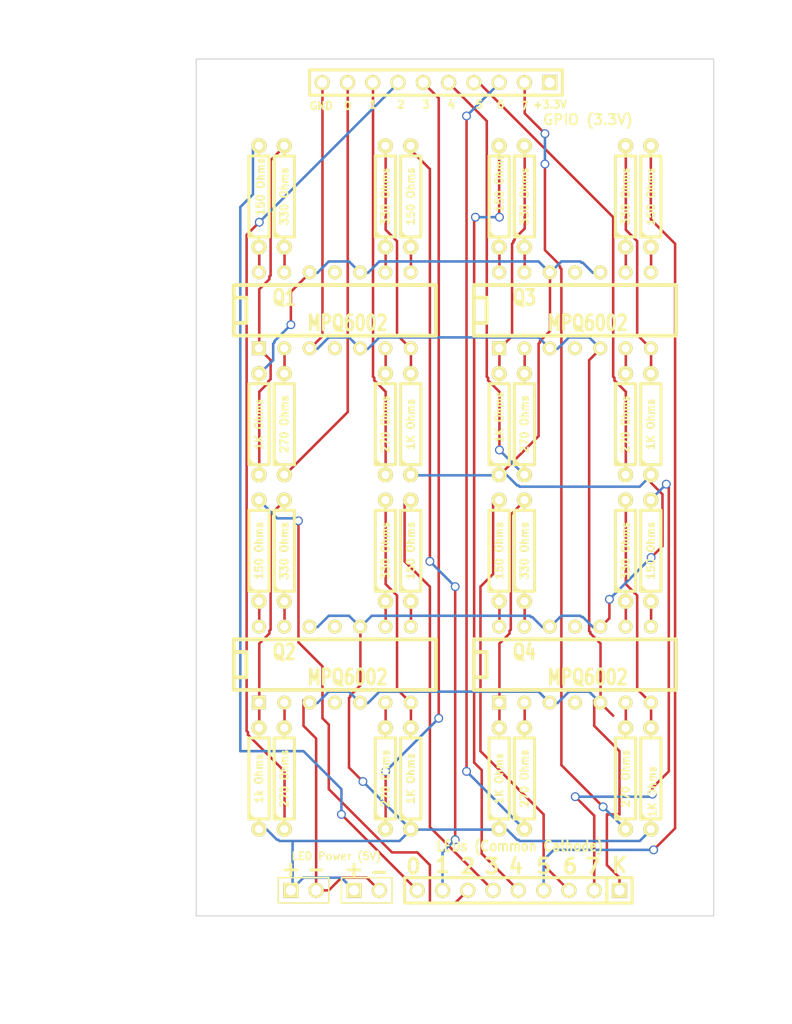
<source format=kicad_pcb>
(kicad_pcb (version 3) (host pcbnew "(2013-june-11)-stable")

  (general
    (links 84)
    (no_connects 0)
    (area 51.394599 42.243199 103.494601 128.343201)
    (thickness 1.6)
    (drawings 33)
    (tracks 497)
    (zones 0)
    (modules 44)
    (nets 51)
  )

  (page A3)
  (layers
    (15 F.Cu signal)
    (0 B.Cu signal)
    (16 B.Adhes user)
    (17 F.Adhes user)
    (18 B.Paste user)
    (19 F.Paste user)
    (20 B.SilkS user)
    (21 F.SilkS user)
    (22 B.Mask user)
    (23 F.Mask user)
    (24 Dwgs.User user)
    (25 Cmts.User user)
    (26 Eco1.User user)
    (27 Eco2.User user)
    (28 Edge.Cuts user)
  )

  (setup
    (last_trace_width 0.254)
    (trace_clearance 0.254)
    (zone_clearance 0.508)
    (zone_45_only no)
    (trace_min 0.254)
    (segment_width 0.2)
    (edge_width 0.1)
    (via_size 0.889)
    (via_drill 0.635)
    (via_min_size 0.889)
    (via_min_drill 0.508)
    (uvia_size 0.508)
    (uvia_drill 0.127)
    (uvias_allowed no)
    (uvia_min_size 0.508)
    (uvia_min_drill 0.127)
    (pcb_text_width 0.3)
    (pcb_text_size 1.5 1.5)
    (mod_edge_width 0.15)
    (mod_text_size 1 1)
    (mod_text_width 0.15)
    (pad_size 2.75 2.75)
    (pad_drill 2.75)
    (pad_to_mask_clearance 0)
    (aux_axis_origin 0 0)
    (visible_elements FFFFFFBF)
    (pcbplotparams
      (layerselection 534806528)
      (usegerberextensions false)
      (excludeedgelayer true)
      (linewidth 0.150000)
      (plotframeref false)
      (viasonmask false)
      (mode 1)
      (useauxorigin false)
      (hpglpennumber 1)
      (hpglpenspeed 20)
      (hpglpendiameter 15)
      (hpglpenoverlay 2)
      (psnegative false)
      (psa4output false)
      (plotreference true)
      (plotvalue true)
      (plotothertext true)
      (plotinvisibletext false)
      (padsonsilk false)
      (subtractmaskfromsilk false)
      (outputformat 2)
      (mirror false)
      (drillshape 0)
      (scaleselection 1)
      (outputdirectory meta))
  )

  (net 0 "")
  (net 1 +5V)
  (net 2 GND)
  (net 3 GPIO.0)
  (net 4 GPIO.1)
  (net 5 GPIO.2)
  (net 6 GPIO.3)
  (net 7 GPIO.4)
  (net 8 GPIO.5)
  (net 9 GPIO.6)
  (net 10 GPIO.7)
  (net 11 LED.0)
  (net 12 LED.1)
  (net 13 LED.2)
  (net 14 LED.3)
  (net 15 LED.4)
  (net 16 LED.5)
  (net 17 LED.6)
  (net 18 LED.7)
  (net 19 N-0000012)
  (net 20 N-0000013)
  (net 21 N-0000014)
  (net 22 N-0000015)
  (net 23 N-0000016)
  (net 24 N-0000017)
  (net 25 N-0000018)
  (net 26 N-0000019)
  (net 27 N-0000020)
  (net 28 N-0000021)
  (net 29 N-0000022)
  (net 30 N-0000023)
  (net 31 N-0000024)
  (net 32 N-0000025)
  (net 33 N-0000026)
  (net 34 N-0000027)
  (net 35 N-0000028)
  (net 36 N-0000029)
  (net 37 N-0000030)
  (net 38 N-0000032)
  (net 39 N-0000034)
  (net 40 N-0000035)
  (net 41 N-0000036)
  (net 42 N-0000037)
  (net 43 N-0000038)
  (net 44 N-0000039)
  (net 45 N-0000040)
  (net 46 N-0000045)
  (net 47 N-0000046)
  (net 48 N-0000051)
  (net 49 N-000008)
  (net 50 N-000009)

  (net_class Default "This is the default net class."
    (clearance 0.254)
    (trace_width 0.254)
    (via_dia 0.889)
    (via_drill 0.635)
    (uvia_dia 0.508)
    (uvia_drill 0.127)
    (add_net "")
    (add_net +5V)
    (add_net GND)
    (add_net GPIO.0)
    (add_net GPIO.1)
    (add_net GPIO.2)
    (add_net GPIO.3)
    (add_net GPIO.4)
    (add_net GPIO.5)
    (add_net GPIO.6)
    (add_net GPIO.7)
    (add_net LED.0)
    (add_net LED.1)
    (add_net LED.2)
    (add_net LED.3)
    (add_net LED.4)
    (add_net LED.5)
    (add_net LED.6)
    (add_net LED.7)
    (add_net N-0000012)
    (add_net N-0000013)
    (add_net N-0000014)
    (add_net N-0000015)
    (add_net N-0000016)
    (add_net N-0000017)
    (add_net N-0000018)
    (add_net N-0000019)
    (add_net N-0000020)
    (add_net N-0000021)
    (add_net N-0000022)
    (add_net N-0000023)
    (add_net N-0000024)
    (add_net N-0000025)
    (add_net N-0000026)
    (add_net N-0000027)
    (add_net N-0000028)
    (add_net N-0000029)
    (add_net N-0000030)
    (add_net N-0000032)
    (add_net N-0000034)
    (add_net N-0000035)
    (add_net N-0000036)
    (add_net N-0000037)
    (add_net N-0000038)
    (add_net N-0000039)
    (add_net N-0000040)
    (add_net N-0000045)
    (add_net N-0000046)
    (add_net N-0000051)
    (add_net N-000008)
    (add_net N-000009)
  )

  (module ScrewTerm2.54-2 (layer F.Cu) (tedit 59399212) (tstamp 5939794A)
    (at 62.23 125.73)
    (descr "Connecteurs 2 pins")
    (tags "CONN DEV")
    (path /59393450)
    (fp_text reference T2 (at 0 -1.905) (layer F.SilkS) hide
      (effects (font (size 0.762 0.762) (thickness 0.1524)))
    )
    (fp_text value "LED Power (5V)" (at 3.302 -3.429) (layer F.SilkS)
      (effects (font (size 0.762 0.762) (thickness 0.1524)))
    )
    (fp_line (start -2.54 1.27) (end -2.54 -1.27) (layer F.SilkS) (width 0.1524))
    (fp_line (start -2.54 -1.27) (end 2.54 -1.27) (layer F.SilkS) (width 0.1524))
    (fp_line (start 2.54 -1.27) (end 2.54 1.27) (layer F.SilkS) (width 0.1524))
    (fp_line (start 2.54 1.27) (end -2.54 1.27) (layer F.SilkS) (width 0.1524))
    (pad 1 thru_hole rect (at -1.27 0) (size 1.524 1.524) (drill 1.016)
      (layers *.Cu *.Mask F.SilkS)
      (net 1 +5V)
    )
    (pad 2 thru_hole circle (at 1.27 0 90) (size 1.524 1.524) (drill 1.016)
      (layers *.Cu *.Mask F.SilkS)
      (net 2 GND)
    )
    (model walter/conn_screw/mors_2p.wrl
      (at (xyz 0 0 0))
      (scale (xyz 0.5 0.5 0.5))
      (rotate (xyz 0 0 180))
    )
  )

  (module R4 (layer F.Cu) (tedit 200000) (tstamp 593947B3)
    (at 94.5896 78.9432 90)
    (descr "Resitance 4 pas")
    (tags R)
    (path /5938CC9F)
    (autoplace_cost180 10)
    (fp_text reference R21 (at 0 0 90) (layer F.SilkS) hide
      (effects (font (size 1.397 1.27) (thickness 0.2032)))
    )
    (fp_text value "270 Ohms" (at 0 0 90) (layer F.SilkS)
      (effects (font (size 0.75 0.75) (thickness 0.2032)))
    )
    (fp_line (start -5.08 0) (end -4.064 0) (layer F.SilkS) (width 0.3048))
    (fp_line (start -4.064 0) (end -4.064 -1.016) (layer F.SilkS) (width 0.3048))
    (fp_line (start -4.064 -1.016) (end 4.064 -1.016) (layer F.SilkS) (width 0.3048))
    (fp_line (start 4.064 -1.016) (end 4.064 1.016) (layer F.SilkS) (width 0.3048))
    (fp_line (start 4.064 1.016) (end -4.064 1.016) (layer F.SilkS) (width 0.3048))
    (fp_line (start -4.064 1.016) (end -4.064 0) (layer F.SilkS) (width 0.3048))
    (fp_line (start -4.064 -0.508) (end -3.556 -1.016) (layer F.SilkS) (width 0.3048))
    (fp_line (start 5.08 0) (end 4.064 0) (layer F.SilkS) (width 0.3048))
    (pad 1 thru_hole circle (at -5.08 0 90) (size 1.524 1.524) (drill 0.8128)
      (layers *.Cu *.Mask F.SilkS)
      (net 8 GPIO.5)
    )
    (pad 2 thru_hole circle (at 5.08 0 90) (size 1.524 1.524) (drill 0.8128)
      (layers *.Cu *.Mask F.SilkS)
      (net 29 N-0000022)
    )
    (model discret/resistor.wrl
      (at (xyz 0 0 0))
      (scale (xyz 0.4 0.4 0.4))
      (rotate (xyz 0 0 0))
    )
  )

  (module R4 (layer F.Cu) (tedit 200000) (tstamp 593947C1)
    (at 84.4296 78.9432 90)
    (descr "Resitance 4 pas")
    (tags R)
    (path /5938CCAE)
    (autoplace_cost180 10)
    (fp_text reference R17 (at 0 0 90) (layer F.SilkS) hide
      (effects (font (size 1.397 1.27) (thickness 0.2032)))
    )
    (fp_text value "270 Ohms" (at 0 0 90) (layer F.SilkS)
      (effects (font (size 0.75 0.75) (thickness 0.2032)))
    )
    (fp_line (start -5.08 0) (end -4.064 0) (layer F.SilkS) (width 0.3048))
    (fp_line (start -4.064 0) (end -4.064 -1.016) (layer F.SilkS) (width 0.3048))
    (fp_line (start -4.064 -1.016) (end 4.064 -1.016) (layer F.SilkS) (width 0.3048))
    (fp_line (start 4.064 -1.016) (end 4.064 1.016) (layer F.SilkS) (width 0.3048))
    (fp_line (start 4.064 1.016) (end -4.064 1.016) (layer F.SilkS) (width 0.3048))
    (fp_line (start -4.064 1.016) (end -4.064 0) (layer F.SilkS) (width 0.3048))
    (fp_line (start -4.064 -0.508) (end -3.556 -1.016) (layer F.SilkS) (width 0.3048))
    (fp_line (start 5.08 0) (end 4.064 0) (layer F.SilkS) (width 0.3048))
    (pad 1 thru_hole circle (at -5.08 0 90) (size 1.524 1.524) (drill 0.8128)
      (layers *.Cu *.Mask F.SilkS)
      (net 7 GPIO.4)
    )
    (pad 2 thru_hole circle (at 5.08 0 90) (size 1.524 1.524) (drill 0.8128)
      (layers *.Cu *.Mask F.SilkS)
      (net 45 N-0000040)
    )
    (model discret/resistor.wrl
      (at (xyz 0 0 0))
      (scale (xyz 0.4 0.4 0.4))
      (rotate (xyz 0 0 0))
    )
  )

  (module R4 (layer F.Cu) (tedit 593BDFAD) (tstamp 593947CF)
    (at 57.7596 56.0832 90)
    (descr "Resitance 4 pas")
    (tags R)
    (path /5938CDB4)
    (autoplace_cost180 10)
    (fp_text reference R4 (at 0 0 90) (layer F.SilkS) hide
      (effects (font (size 1.397 1.27) (thickness 0.2032)))
    )
    (fp_text value "150 Ohms" (at 0.9652 0.1524 90) (layer F.SilkS)
      (effects (font (size 0.75 0.75) (thickness 0.2032)))
    )
    (fp_line (start -5.08 0) (end -4.064 0) (layer F.SilkS) (width 0.3048))
    (fp_line (start -4.064 0) (end -4.064 -1.016) (layer F.SilkS) (width 0.3048))
    (fp_line (start -4.064 -1.016) (end 4.064 -1.016) (layer F.SilkS) (width 0.3048))
    (fp_line (start 4.064 -1.016) (end 4.064 1.016) (layer F.SilkS) (width 0.3048))
    (fp_line (start 4.064 1.016) (end -4.064 1.016) (layer F.SilkS) (width 0.3048))
    (fp_line (start -4.064 1.016) (end -4.064 0) (layer F.SilkS) (width 0.3048))
    (fp_line (start -4.064 -0.508) (end -3.556 -1.016) (layer F.SilkS) (width 0.3048))
    (fp_line (start 5.08 0) (end 4.064 0) (layer F.SilkS) (width 0.3048))
    (pad 1 thru_hole circle (at -5.08 0 90) (size 1.524 1.524) (drill 0.8128)
      (layers *.Cu *.Mask F.SilkS)
      (net 40 N-0000035)
    )
    (pad 2 thru_hole circle (at 5.08 0 90) (size 1.524 1.524) (drill 0.8128)
      (layers *.Cu *.Mask F.SilkS)
      (net 11 LED.0)
    )
    (model discret/resistor.wrl
      (at (xyz 0 0 0))
      (scale (xyz 0.4 0.4 0.4))
      (rotate (xyz 0 0 0))
    )
  )

  (module R4 (layer F.Cu) (tedit 200000) (tstamp 593947DD)
    (at 57.7596 78.9432 90)
    (descr "Resitance 4 pas")
    (tags R)
    (path /59393317)
    (autoplace_cost180 10)
    (fp_text reference R2 (at 0 0 90) (layer F.SilkS) hide
      (effects (font (size 1.397 1.27) (thickness 0.2032)))
    )
    (fp_text value "1K Ohms" (at 0 0 90) (layer F.SilkS)
      (effects (font (size 0.75 0.75) (thickness 0.2032)))
    )
    (fp_line (start -5.08 0) (end -4.064 0) (layer F.SilkS) (width 0.3048))
    (fp_line (start -4.064 0) (end -4.064 -1.016) (layer F.SilkS) (width 0.3048))
    (fp_line (start -4.064 -1.016) (end 4.064 -1.016) (layer F.SilkS) (width 0.3048))
    (fp_line (start 4.064 -1.016) (end 4.064 1.016) (layer F.SilkS) (width 0.3048))
    (fp_line (start 4.064 1.016) (end -4.064 1.016) (layer F.SilkS) (width 0.3048))
    (fp_line (start -4.064 1.016) (end -4.064 0) (layer F.SilkS) (width 0.3048))
    (fp_line (start -4.064 -0.508) (end -3.556 -1.016) (layer F.SilkS) (width 0.3048))
    (fp_line (start 5.08 0) (end 4.064 0) (layer F.SilkS) (width 0.3048))
    (pad 1 thru_hole circle (at -5.08 0 90) (size 1.524 1.524) (drill 0.8128)
      (layers *.Cu *.Mask F.SilkS)
      (net 48 N-0000051)
    )
    (pad 2 thru_hole circle (at 5.08 0 90) (size 1.524 1.524) (drill 0.8128)
      (layers *.Cu *.Mask F.SilkS)
      (net 1 +5V)
    )
    (model discret/resistor.wrl
      (at (xyz 0 0 0))
      (scale (xyz 0.4 0.4 0.4))
      (rotate (xyz 0 0 0))
    )
  )

  (module R4 (layer F.Cu) (tedit 200000) (tstamp 593947EB)
    (at 72.9996 56.0832 90)
    (descr "Resitance 4 pas")
    (tags R)
    (path /5939352C)
    (autoplace_cost180 10)
    (fp_text reference R8 (at 0 0 90) (layer F.SilkS) hide
      (effects (font (size 1.397 1.27) (thickness 0.2032)))
    )
    (fp_text value "150 Ohms" (at 0 0 90) (layer F.SilkS)
      (effects (font (size 0.75 0.75) (thickness 0.2032)))
    )
    (fp_line (start -5.08 0) (end -4.064 0) (layer F.SilkS) (width 0.3048))
    (fp_line (start -4.064 0) (end -4.064 -1.016) (layer F.SilkS) (width 0.3048))
    (fp_line (start -4.064 -1.016) (end 4.064 -1.016) (layer F.SilkS) (width 0.3048))
    (fp_line (start 4.064 -1.016) (end 4.064 1.016) (layer F.SilkS) (width 0.3048))
    (fp_line (start 4.064 1.016) (end -4.064 1.016) (layer F.SilkS) (width 0.3048))
    (fp_line (start -4.064 1.016) (end -4.064 0) (layer F.SilkS) (width 0.3048))
    (fp_line (start -4.064 -0.508) (end -3.556 -1.016) (layer F.SilkS) (width 0.3048))
    (fp_line (start 5.08 0) (end 4.064 0) (layer F.SilkS) (width 0.3048))
    (pad 1 thru_hole circle (at -5.08 0 90) (size 1.524 1.524) (drill 0.8128)
      (layers *.Cu *.Mask F.SilkS)
      (net 41 N-0000036)
    )
    (pad 2 thru_hole circle (at 5.08 0 90) (size 1.524 1.524) (drill 0.8128)
      (layers *.Cu *.Mask F.SilkS)
      (net 12 LED.1)
    )
    (model discret/resistor.wrl
      (at (xyz 0 0 0))
      (scale (xyz 0.4 0.4 0.4))
      (rotate (xyz 0 0 0))
    )
  )

  (module R4 (layer F.Cu) (tedit 200000) (tstamp 593947F9)
    (at 72.9996 78.9432 90)
    (descr "Resitance 4 pas")
    (tags R)
    (path /59393554)
    (autoplace_cost180 10)
    (fp_text reference R6 (at 0 0 90) (layer F.SilkS) hide
      (effects (font (size 1.397 1.27) (thickness 0.2032)))
    )
    (fp_text value "1K Ohms" (at 0 0 90) (layer F.SilkS)
      (effects (font (size 0.75 0.75) (thickness 0.2032)))
    )
    (fp_line (start -5.08 0) (end -4.064 0) (layer F.SilkS) (width 0.3048))
    (fp_line (start -4.064 0) (end -4.064 -1.016) (layer F.SilkS) (width 0.3048))
    (fp_line (start -4.064 -1.016) (end 4.064 -1.016) (layer F.SilkS) (width 0.3048))
    (fp_line (start 4.064 -1.016) (end 4.064 1.016) (layer F.SilkS) (width 0.3048))
    (fp_line (start 4.064 1.016) (end -4.064 1.016) (layer F.SilkS) (width 0.3048))
    (fp_line (start -4.064 1.016) (end -4.064 0) (layer F.SilkS) (width 0.3048))
    (fp_line (start -4.064 -0.508) (end -3.556 -1.016) (layer F.SilkS) (width 0.3048))
    (fp_line (start 5.08 0) (end 4.064 0) (layer F.SilkS) (width 0.3048))
    (pad 1 thru_hole circle (at -5.08 0 90) (size 1.524 1.524) (drill 0.8128)
      (layers *.Cu *.Mask F.SilkS)
      (net 1 +5V)
    )
    (pad 2 thru_hole circle (at 5.08 0 90) (size 1.524 1.524) (drill 0.8128)
      (layers *.Cu *.Mask F.SilkS)
      (net 46 N-0000045)
    )
    (model discret/resistor.wrl
      (at (xyz 0 0 0))
      (scale (xyz 0.4 0.4 0.4))
      (rotate (xyz 0 0 0))
    )
  )

  (module R4 (layer F.Cu) (tedit 200000) (tstamp 59394807)
    (at 57.7596 91.6432 90)
    (descr "Resitance 4 pas")
    (tags R)
    (path /593935AB)
    (autoplace_cost180 10)
    (fp_text reference R12 (at 0 0 90) (layer F.SilkS) hide
      (effects (font (size 1.397 1.27) (thickness 0.2032)))
    )
    (fp_text value "150 Ohms" (at 0 0 90) (layer F.SilkS)
      (effects (font (size 0.75 0.75) (thickness 0.2032)))
    )
    (fp_line (start -5.08 0) (end -4.064 0) (layer F.SilkS) (width 0.3048))
    (fp_line (start -4.064 0) (end -4.064 -1.016) (layer F.SilkS) (width 0.3048))
    (fp_line (start -4.064 -1.016) (end 4.064 -1.016) (layer F.SilkS) (width 0.3048))
    (fp_line (start 4.064 -1.016) (end 4.064 1.016) (layer F.SilkS) (width 0.3048))
    (fp_line (start 4.064 1.016) (end -4.064 1.016) (layer F.SilkS) (width 0.3048))
    (fp_line (start -4.064 1.016) (end -4.064 0) (layer F.SilkS) (width 0.3048))
    (fp_line (start -4.064 -0.508) (end -3.556 -1.016) (layer F.SilkS) (width 0.3048))
    (fp_line (start 5.08 0) (end 4.064 0) (layer F.SilkS) (width 0.3048))
    (pad 1 thru_hole circle (at -5.08 0 90) (size 1.524 1.524) (drill 0.8128)
      (layers *.Cu *.Mask F.SilkS)
      (net 43 N-0000038)
    )
    (pad 2 thru_hole circle (at 5.08 0 90) (size 1.524 1.524) (drill 0.8128)
      (layers *.Cu *.Mask F.SilkS)
      (net 13 LED.2)
    )
    (model discret/resistor.wrl
      (at (xyz 0 0 0))
      (scale (xyz 0.4 0.4 0.4))
      (rotate (xyz 0 0 0))
    )
  )

  (module R4 (layer F.Cu) (tedit 200000) (tstamp 59394815)
    (at 57.7596 114.5032 90)
    (descr "Resitance 4 pas")
    (tags R)
    (path /593935BA)
    (autoplace_cost180 10)
    (fp_text reference R10 (at 0 0 90) (layer F.SilkS) hide
      (effects (font (size 1.397 1.27) (thickness 0.2032)))
    )
    (fp_text value "1k Ohms" (at 0 0 90) (layer F.SilkS)
      (effects (font (size 0.75 0.75) (thickness 0.2032)))
    )
    (fp_line (start -5.08 0) (end -4.064 0) (layer F.SilkS) (width 0.3048))
    (fp_line (start -4.064 0) (end -4.064 -1.016) (layer F.SilkS) (width 0.3048))
    (fp_line (start -4.064 -1.016) (end 4.064 -1.016) (layer F.SilkS) (width 0.3048))
    (fp_line (start 4.064 -1.016) (end 4.064 1.016) (layer F.SilkS) (width 0.3048))
    (fp_line (start 4.064 1.016) (end -4.064 1.016) (layer F.SilkS) (width 0.3048))
    (fp_line (start -4.064 1.016) (end -4.064 0) (layer F.SilkS) (width 0.3048))
    (fp_line (start -4.064 -0.508) (end -3.556 -1.016) (layer F.SilkS) (width 0.3048))
    (fp_line (start 5.08 0) (end 4.064 0) (layer F.SilkS) (width 0.3048))
    (pad 1 thru_hole circle (at -5.08 0 90) (size 1.524 1.524) (drill 0.8128)
      (layers *.Cu *.Mask F.SilkS)
      (net 1 +5V)
    )
    (pad 2 thru_hole circle (at 5.08 0 90) (size 1.524 1.524) (drill 0.8128)
      (layers *.Cu *.Mask F.SilkS)
      (net 47 N-0000046)
    )
    (model discret/resistor.wrl
      (at (xyz 0 0 0))
      (scale (xyz 0.4 0.4 0.4))
      (rotate (xyz 0 0 0))
    )
  )

  (module R4 (layer F.Cu) (tedit 200000) (tstamp 59394823)
    (at 72.9996 114.5032 90)
    (descr "Resitance 4 pas")
    (tags R)
    (path /59393887)
    (autoplace_cost180 10)
    (fp_text reference R14 (at 0 0 90) (layer F.SilkS) hide
      (effects (font (size 1.397 1.27) (thickness 0.2032)))
    )
    (fp_text value "1K Ohms" (at 0 0 90) (layer F.SilkS)
      (effects (font (size 0.75 0.75) (thickness 0.2032)))
    )
    (fp_line (start -5.08 0) (end -4.064 0) (layer F.SilkS) (width 0.3048))
    (fp_line (start -4.064 0) (end -4.064 -1.016) (layer F.SilkS) (width 0.3048))
    (fp_line (start -4.064 -1.016) (end 4.064 -1.016) (layer F.SilkS) (width 0.3048))
    (fp_line (start 4.064 -1.016) (end 4.064 1.016) (layer F.SilkS) (width 0.3048))
    (fp_line (start 4.064 1.016) (end -4.064 1.016) (layer F.SilkS) (width 0.3048))
    (fp_line (start -4.064 1.016) (end -4.064 0) (layer F.SilkS) (width 0.3048))
    (fp_line (start -4.064 -0.508) (end -3.556 -1.016) (layer F.SilkS) (width 0.3048))
    (fp_line (start 5.08 0) (end 4.064 0) (layer F.SilkS) (width 0.3048))
    (pad 1 thru_hole circle (at -5.08 0 90) (size 1.524 1.524) (drill 0.8128)
      (layers *.Cu *.Mask F.SilkS)
      (net 1 +5V)
    )
    (pad 2 thru_hole circle (at 5.08 0 90) (size 1.524 1.524) (drill 0.8128)
      (layers *.Cu *.Mask F.SilkS)
      (net 49 N-000008)
    )
    (model discret/resistor.wrl
      (at (xyz 0 0 0))
      (scale (xyz 0.4 0.4 0.4))
      (rotate (xyz 0 0 0))
    )
  )

  (module R4 (layer F.Cu) (tedit 200000) (tstamp 59394831)
    (at 72.9996 91.6432 90)
    (descr "Resitance 4 pas")
    (tags R)
    (path /59393896)
    (autoplace_cost180 10)
    (fp_text reference R16 (at 0 0 90) (layer F.SilkS) hide
      (effects (font (size 1.397 1.27) (thickness 0.2032)))
    )
    (fp_text value "150 Ohms" (at 0 0 90) (layer F.SilkS)
      (effects (font (size 0.75 0.75) (thickness 0.2032)))
    )
    (fp_line (start -5.08 0) (end -4.064 0) (layer F.SilkS) (width 0.3048))
    (fp_line (start -4.064 0) (end -4.064 -1.016) (layer F.SilkS) (width 0.3048))
    (fp_line (start -4.064 -1.016) (end 4.064 -1.016) (layer F.SilkS) (width 0.3048))
    (fp_line (start 4.064 -1.016) (end 4.064 1.016) (layer F.SilkS) (width 0.3048))
    (fp_line (start 4.064 1.016) (end -4.064 1.016) (layer F.SilkS) (width 0.3048))
    (fp_line (start -4.064 1.016) (end -4.064 0) (layer F.SilkS) (width 0.3048))
    (fp_line (start -4.064 -0.508) (end -3.556 -1.016) (layer F.SilkS) (width 0.3048))
    (fp_line (start 5.08 0) (end 4.064 0) (layer F.SilkS) (width 0.3048))
    (pad 1 thru_hole circle (at -5.08 0 90) (size 1.524 1.524) (drill 0.8128)
      (layers *.Cu *.Mask F.SilkS)
      (net 50 N-000009)
    )
    (pad 2 thru_hole circle (at 5.08 0 90) (size 1.524 1.524) (drill 0.8128)
      (layers *.Cu *.Mask F.SilkS)
      (net 14 LED.3)
    )
    (model discret/resistor.wrl
      (at (xyz 0 0 0))
      (scale (xyz 0.4 0.4 0.4))
      (rotate (xyz 0 0 0))
    )
  )

  (module R4 (layer F.Cu) (tedit 593BDFCC) (tstamp 5939483F)
    (at 81.8896 78.9432 90)
    (descr "Resitance 4 pas")
    (tags R)
    (path /593938AD)
    (autoplace_cost180 10)
    (fp_text reference R18 (at 0 0 90) (layer F.SilkS) hide
      (effects (font (size 1.397 1.27) (thickness 0.2032)))
    )
    (fp_text value "1K Ohms" (at 0.7112 0.0254 90) (layer F.SilkS)
      (effects (font (size 0.75 0.75) (thickness 0.2032)))
    )
    (fp_line (start -5.08 0) (end -4.064 0) (layer F.SilkS) (width 0.3048))
    (fp_line (start -4.064 0) (end -4.064 -1.016) (layer F.SilkS) (width 0.3048))
    (fp_line (start -4.064 -1.016) (end 4.064 -1.016) (layer F.SilkS) (width 0.3048))
    (fp_line (start 4.064 -1.016) (end 4.064 1.016) (layer F.SilkS) (width 0.3048))
    (fp_line (start 4.064 1.016) (end -4.064 1.016) (layer F.SilkS) (width 0.3048))
    (fp_line (start -4.064 1.016) (end -4.064 0) (layer F.SilkS) (width 0.3048))
    (fp_line (start -4.064 -0.508) (end -3.556 -1.016) (layer F.SilkS) (width 0.3048))
    (fp_line (start 5.08 0) (end 4.064 0) (layer F.SilkS) (width 0.3048))
    (pad 1 thru_hole circle (at -5.08 0 90) (size 1.524 1.524) (drill 0.8128)
      (layers *.Cu *.Mask F.SilkS)
      (net 1 +5V)
    )
    (pad 2 thru_hole circle (at 5.08 0 90) (size 1.524 1.524) (drill 0.8128)
      (layers *.Cu *.Mask F.SilkS)
      (net 23 N-0000016)
    )
    (model discret/resistor.wrl
      (at (xyz 0 0 0))
      (scale (xyz 0.4 0.4 0.4))
      (rotate (xyz 0 0 0))
    )
  )

  (module R4 (layer F.Cu) (tedit 593BDFBB) (tstamp 5939484D)
    (at 81.8896 56.0832 90)
    (descr "Resitance 4 pas")
    (tags R)
    (path /593938BC)
    (autoplace_cost180 10)
    (fp_text reference R20 (at 0 0 90) (layer F.SilkS) hide
      (effects (font (size 1.397 1.27) (thickness 0.2032)))
    )
    (fp_text value "150 Ohms" (at 1.3462 0.0254 90) (layer F.SilkS)
      (effects (font (size 0.75 0.75) (thickness 0.2032)))
    )
    (fp_line (start -5.08 0) (end -4.064 0) (layer F.SilkS) (width 0.3048))
    (fp_line (start -4.064 0) (end -4.064 -1.016) (layer F.SilkS) (width 0.3048))
    (fp_line (start -4.064 -1.016) (end 4.064 -1.016) (layer F.SilkS) (width 0.3048))
    (fp_line (start 4.064 -1.016) (end 4.064 1.016) (layer F.SilkS) (width 0.3048))
    (fp_line (start 4.064 1.016) (end -4.064 1.016) (layer F.SilkS) (width 0.3048))
    (fp_line (start -4.064 1.016) (end -4.064 0) (layer F.SilkS) (width 0.3048))
    (fp_line (start -4.064 -0.508) (end -3.556 -1.016) (layer F.SilkS) (width 0.3048))
    (fp_line (start 5.08 0) (end 4.064 0) (layer F.SilkS) (width 0.3048))
    (pad 1 thru_hole circle (at -5.08 0 90) (size 1.524 1.524) (drill 0.8128)
      (layers *.Cu *.Mask F.SilkS)
      (net 24 N-0000017)
    )
    (pad 2 thru_hole circle (at 5.08 0 90) (size 1.524 1.524) (drill 0.8128)
      (layers *.Cu *.Mask F.SilkS)
      (net 15 LED.4)
    )
    (model discret/resistor.wrl
      (at (xyz 0 0 0))
      (scale (xyz 0.4 0.4 0.4))
      (rotate (xyz 0 0 0))
    )
  )

  (module R4 (layer F.Cu) (tedit 200000) (tstamp 5939485B)
    (at 97.1296 78.9432 90)
    (descr "Resitance 4 pas")
    (tags R)
    (path /593938CB)
    (autoplace_cost180 10)
    (fp_text reference R22 (at 0 0 90) (layer F.SilkS) hide
      (effects (font (size 1.397 1.27) (thickness 0.2032)))
    )
    (fp_text value "1K Ohms" (at 0 0 90) (layer F.SilkS)
      (effects (font (size 0.75 0.75) (thickness 0.2032)))
    )
    (fp_line (start -5.08 0) (end -4.064 0) (layer F.SilkS) (width 0.3048))
    (fp_line (start -4.064 0) (end -4.064 -1.016) (layer F.SilkS) (width 0.3048))
    (fp_line (start -4.064 -1.016) (end 4.064 -1.016) (layer F.SilkS) (width 0.3048))
    (fp_line (start 4.064 -1.016) (end 4.064 1.016) (layer F.SilkS) (width 0.3048))
    (fp_line (start 4.064 1.016) (end -4.064 1.016) (layer F.SilkS) (width 0.3048))
    (fp_line (start -4.064 1.016) (end -4.064 0) (layer F.SilkS) (width 0.3048))
    (fp_line (start -4.064 -0.508) (end -3.556 -1.016) (layer F.SilkS) (width 0.3048))
    (fp_line (start 5.08 0) (end 4.064 0) (layer F.SilkS) (width 0.3048))
    (pad 1 thru_hole circle (at -5.08 0 90) (size 1.524 1.524) (drill 0.8128)
      (layers *.Cu *.Mask F.SilkS)
      (net 1 +5V)
    )
    (pad 2 thru_hole circle (at 5.08 0 90) (size 1.524 1.524) (drill 0.8128)
      (layers *.Cu *.Mask F.SilkS)
      (net 25 N-0000018)
    )
    (model discret/resistor.wrl
      (at (xyz 0 0 0))
      (scale (xyz 0.4 0.4 0.4))
      (rotate (xyz 0 0 0))
    )
  )

  (module R4 (layer F.Cu) (tedit 200000) (tstamp 59394869)
    (at 97.1296 56.0832 90)
    (descr "Resitance 4 pas")
    (tags R)
    (path /593938DA)
    (autoplace_cost180 10)
    (fp_text reference R24 (at 0 0 90) (layer F.SilkS) hide
      (effects (font (size 1.397 1.27) (thickness 0.2032)))
    )
    (fp_text value "150 Ohms" (at 0 0 90) (layer F.SilkS)
      (effects (font (size 0.75 0.75) (thickness 0.2032)))
    )
    (fp_line (start -5.08 0) (end -4.064 0) (layer F.SilkS) (width 0.3048))
    (fp_line (start -4.064 0) (end -4.064 -1.016) (layer F.SilkS) (width 0.3048))
    (fp_line (start -4.064 -1.016) (end 4.064 -1.016) (layer F.SilkS) (width 0.3048))
    (fp_line (start 4.064 -1.016) (end 4.064 1.016) (layer F.SilkS) (width 0.3048))
    (fp_line (start 4.064 1.016) (end -4.064 1.016) (layer F.SilkS) (width 0.3048))
    (fp_line (start -4.064 1.016) (end -4.064 0) (layer F.SilkS) (width 0.3048))
    (fp_line (start -4.064 -0.508) (end -3.556 -1.016) (layer F.SilkS) (width 0.3048))
    (fp_line (start 5.08 0) (end 4.064 0) (layer F.SilkS) (width 0.3048))
    (pad 1 thru_hole circle (at -5.08 0 90) (size 1.524 1.524) (drill 0.8128)
      (layers *.Cu *.Mask F.SilkS)
      (net 19 N-0000012)
    )
    (pad 2 thru_hole circle (at 5.08 0 90) (size 1.524 1.524) (drill 0.8128)
      (layers *.Cu *.Mask F.SilkS)
      (net 16 LED.5)
    )
    (model discret/resistor.wrl
      (at (xyz 0 0 0))
      (scale (xyz 0.4 0.4 0.4))
      (rotate (xyz 0 0 0))
    )
  )

  (module R4 (layer F.Cu) (tedit 200000) (tstamp 59394877)
    (at 81.8896 114.5032 90)
    (descr "Resitance 4 pas")
    (tags R)
    (path /593938E9)
    (autoplace_cost180 10)
    (fp_text reference R26 (at 0 0 90) (layer F.SilkS) hide
      (effects (font (size 1.397 1.27) (thickness 0.2032)))
    )
    (fp_text value "1K Ohms" (at 0 0 90) (layer F.SilkS)
      (effects (font (size 0.75 0.75) (thickness 0.2032)))
    )
    (fp_line (start -5.08 0) (end -4.064 0) (layer F.SilkS) (width 0.3048))
    (fp_line (start -4.064 0) (end -4.064 -1.016) (layer F.SilkS) (width 0.3048))
    (fp_line (start -4.064 -1.016) (end 4.064 -1.016) (layer F.SilkS) (width 0.3048))
    (fp_line (start 4.064 -1.016) (end 4.064 1.016) (layer F.SilkS) (width 0.3048))
    (fp_line (start 4.064 1.016) (end -4.064 1.016) (layer F.SilkS) (width 0.3048))
    (fp_line (start -4.064 1.016) (end -4.064 0) (layer F.SilkS) (width 0.3048))
    (fp_line (start -4.064 -0.508) (end -3.556 -1.016) (layer F.SilkS) (width 0.3048))
    (fp_line (start 5.08 0) (end 4.064 0) (layer F.SilkS) (width 0.3048))
    (pad 1 thru_hole circle (at -5.08 0 90) (size 1.524 1.524) (drill 0.8128)
      (layers *.Cu *.Mask F.SilkS)
      (net 1 +5V)
    )
    (pad 2 thru_hole circle (at 5.08 0 90) (size 1.524 1.524) (drill 0.8128)
      (layers *.Cu *.Mask F.SilkS)
      (net 26 N-0000019)
    )
    (model discret/resistor.wrl
      (at (xyz 0 0 0))
      (scale (xyz 0.4 0.4 0.4))
      (rotate (xyz 0 0 0))
    )
  )

  (module R4 (layer F.Cu) (tedit 200000) (tstamp 59394885)
    (at 81.8896 91.6432 90)
    (descr "Resitance 4 pas")
    (tags R)
    (path /593938F8)
    (autoplace_cost180 10)
    (fp_text reference R28 (at 0 0 90) (layer F.SilkS) hide
      (effects (font (size 1.397 1.27) (thickness 0.2032)))
    )
    (fp_text value "150 Ohms" (at 0 0 90) (layer F.SilkS)
      (effects (font (size 0.75 0.75) (thickness 0.2032)))
    )
    (fp_line (start -5.08 0) (end -4.064 0) (layer F.SilkS) (width 0.3048))
    (fp_line (start -4.064 0) (end -4.064 -1.016) (layer F.SilkS) (width 0.3048))
    (fp_line (start -4.064 -1.016) (end 4.064 -1.016) (layer F.SilkS) (width 0.3048))
    (fp_line (start 4.064 -1.016) (end 4.064 1.016) (layer F.SilkS) (width 0.3048))
    (fp_line (start 4.064 1.016) (end -4.064 1.016) (layer F.SilkS) (width 0.3048))
    (fp_line (start -4.064 1.016) (end -4.064 0) (layer F.SilkS) (width 0.3048))
    (fp_line (start -4.064 -0.508) (end -3.556 -1.016) (layer F.SilkS) (width 0.3048))
    (fp_line (start 5.08 0) (end 4.064 0) (layer F.SilkS) (width 0.3048))
    (pad 1 thru_hole circle (at -5.08 0 90) (size 1.524 1.524) (drill 0.8128)
      (layers *.Cu *.Mask F.SilkS)
      (net 27 N-0000020)
    )
    (pad 2 thru_hole circle (at 5.08 0 90) (size 1.524 1.524) (drill 0.8128)
      (layers *.Cu *.Mask F.SilkS)
      (net 17 LED.6)
    )
    (model discret/resistor.wrl
      (at (xyz 0 0 0))
      (scale (xyz 0.4 0.4 0.4))
      (rotate (xyz 0 0 0))
    )
  )

  (module R4 (layer F.Cu) (tedit 593BDFEE) (tstamp 59394893)
    (at 97.1296 114.5032 90)
    (descr "Resitance 4 pas")
    (tags R)
    (path /59393907)
    (autoplace_cost180 10)
    (fp_text reference R30 (at 0 0 90) (layer F.SilkS) hide
      (effects (font (size 1.397 1.27) (thickness 0.2032)))
    )
    (fp_text value "1K Ohms" (at -1.3208 0.1524 90) (layer F.SilkS)
      (effects (font (size 0.75 0.75) (thickness 0.2032)))
    )
    (fp_line (start -5.08 0) (end -4.064 0) (layer F.SilkS) (width 0.3048))
    (fp_line (start -4.064 0) (end -4.064 -1.016) (layer F.SilkS) (width 0.3048))
    (fp_line (start -4.064 -1.016) (end 4.064 -1.016) (layer F.SilkS) (width 0.3048))
    (fp_line (start 4.064 -1.016) (end 4.064 1.016) (layer F.SilkS) (width 0.3048))
    (fp_line (start 4.064 1.016) (end -4.064 1.016) (layer F.SilkS) (width 0.3048))
    (fp_line (start -4.064 1.016) (end -4.064 0) (layer F.SilkS) (width 0.3048))
    (fp_line (start -4.064 -0.508) (end -3.556 -1.016) (layer F.SilkS) (width 0.3048))
    (fp_line (start 5.08 0) (end 4.064 0) (layer F.SilkS) (width 0.3048))
    (pad 1 thru_hole circle (at -5.08 0 90) (size 1.524 1.524) (drill 0.8128)
      (layers *.Cu *.Mask F.SilkS)
      (net 1 +5V)
    )
    (pad 2 thru_hole circle (at 5.08 0 90) (size 1.524 1.524) (drill 0.8128)
      (layers *.Cu *.Mask F.SilkS)
      (net 28 N-0000021)
    )
    (model discret/resistor.wrl
      (at (xyz 0 0 0))
      (scale (xyz 0.4 0.4 0.4))
      (rotate (xyz 0 0 0))
    )
  )

  (module R4 (layer F.Cu) (tedit 200000) (tstamp 593948A1)
    (at 97.1296 91.6432 90)
    (descr "Resitance 4 pas")
    (tags R)
    (path /59393916)
    (autoplace_cost180 10)
    (fp_text reference R32 (at 0 0 90) (layer F.SilkS) hide
      (effects (font (size 1.397 1.27) (thickness 0.2032)))
    )
    (fp_text value "150 Ohms" (at 0 0 90) (layer F.SilkS)
      (effects (font (size 0.75 0.75) (thickness 0.2032)))
    )
    (fp_line (start -5.08 0) (end -4.064 0) (layer F.SilkS) (width 0.3048))
    (fp_line (start -4.064 0) (end -4.064 -1.016) (layer F.SilkS) (width 0.3048))
    (fp_line (start -4.064 -1.016) (end 4.064 -1.016) (layer F.SilkS) (width 0.3048))
    (fp_line (start 4.064 -1.016) (end 4.064 1.016) (layer F.SilkS) (width 0.3048))
    (fp_line (start 4.064 1.016) (end -4.064 1.016) (layer F.SilkS) (width 0.3048))
    (fp_line (start -4.064 1.016) (end -4.064 0) (layer F.SilkS) (width 0.3048))
    (fp_line (start -4.064 -0.508) (end -3.556 -1.016) (layer F.SilkS) (width 0.3048))
    (fp_line (start 5.08 0) (end 4.064 0) (layer F.SilkS) (width 0.3048))
    (pad 1 thru_hole circle (at -5.08 0 90) (size 1.524 1.524) (drill 0.8128)
      (layers *.Cu *.Mask F.SilkS)
      (net 21 N-0000014)
    )
    (pad 2 thru_hole circle (at 5.08 0 90) (size 1.524 1.524) (drill 0.8128)
      (layers *.Cu *.Mask F.SilkS)
      (net 18 LED.7)
    )
    (model discret/resistor.wrl
      (at (xyz 0 0 0))
      (scale (xyz 0.4 0.4 0.4))
      (rotate (xyz 0 0 0))
    )
  )

  (module R4 (layer F.Cu) (tedit 200000) (tstamp 593948AF)
    (at 60.2996 56.0832 90)
    (descr "Resitance 4 pas")
    (tags R)
    (path /5938CB01)
    (autoplace_cost180 10)
    (fp_text reference R3 (at 0 0 90) (layer F.SilkS) hide
      (effects (font (size 1.397 1.27) (thickness 0.2032)))
    )
    (fp_text value "330 Ohms" (at 0 0 90) (layer F.SilkS)
      (effects (font (size 0.75 0.75) (thickness 0.2032)))
    )
    (fp_line (start -5.08 0) (end -4.064 0) (layer F.SilkS) (width 0.3048))
    (fp_line (start -4.064 0) (end -4.064 -1.016) (layer F.SilkS) (width 0.3048))
    (fp_line (start -4.064 -1.016) (end 4.064 -1.016) (layer F.SilkS) (width 0.3048))
    (fp_line (start 4.064 -1.016) (end 4.064 1.016) (layer F.SilkS) (width 0.3048))
    (fp_line (start 4.064 1.016) (end -4.064 1.016) (layer F.SilkS) (width 0.3048))
    (fp_line (start -4.064 1.016) (end -4.064 0) (layer F.SilkS) (width 0.3048))
    (fp_line (start -4.064 -0.508) (end -3.556 -1.016) (layer F.SilkS) (width 0.3048))
    (fp_line (start 5.08 0) (end 4.064 0) (layer F.SilkS) (width 0.3048))
    (pad 1 thru_hole circle (at -5.08 0 90) (size 1.524 1.524) (drill 0.8128)
      (layers *.Cu *.Mask F.SilkS)
      (net 33 N-0000026)
    )
    (pad 2 thru_hole circle (at 5.08 0 90) (size 1.524 1.524) (drill 0.8128)
      (layers *.Cu *.Mask F.SilkS)
      (net 48 N-0000051)
    )
    (model discret/resistor.wrl
      (at (xyz 0 0 0))
      (scale (xyz 0.4 0.4 0.4))
      (rotate (xyz 0 0 0))
    )
  )

  (module R4 (layer F.Cu) (tedit 200000) (tstamp 593948BD)
    (at 84.4296 56.0832 90)
    (descr "Resitance 4 pas")
    (tags R)
    (path /5938CB36)
    (autoplace_cost180 10)
    (fp_text reference R19 (at 0 0 90) (layer F.SilkS) hide
      (effects (font (size 1.397 1.27) (thickness 0.2032)))
    )
    (fp_text value "330 Ohms" (at 0 0 90) (layer F.SilkS)
      (effects (font (size 0.75 0.75) (thickness 0.2032)))
    )
    (fp_line (start -5.08 0) (end -4.064 0) (layer F.SilkS) (width 0.3048))
    (fp_line (start -4.064 0) (end -4.064 -1.016) (layer F.SilkS) (width 0.3048))
    (fp_line (start -4.064 -1.016) (end 4.064 -1.016) (layer F.SilkS) (width 0.3048))
    (fp_line (start 4.064 -1.016) (end 4.064 1.016) (layer F.SilkS) (width 0.3048))
    (fp_line (start 4.064 1.016) (end -4.064 1.016) (layer F.SilkS) (width 0.3048))
    (fp_line (start -4.064 1.016) (end -4.064 0) (layer F.SilkS) (width 0.3048))
    (fp_line (start -4.064 -0.508) (end -3.556 -1.016) (layer F.SilkS) (width 0.3048))
    (fp_line (start 5.08 0) (end 4.064 0) (layer F.SilkS) (width 0.3048))
    (pad 1 thru_hole circle (at -5.08 0 90) (size 1.524 1.524) (drill 0.8128)
      (layers *.Cu *.Mask F.SilkS)
      (net 34 N-0000027)
    )
    (pad 2 thru_hole circle (at 5.08 0 90) (size 1.524 1.524) (drill 0.8128)
      (layers *.Cu *.Mask F.SilkS)
      (net 23 N-0000016)
    )
    (model discret/resistor.wrl
      (at (xyz 0 0 0))
      (scale (xyz 0.4 0.4 0.4))
      (rotate (xyz 0 0 0))
    )
  )

  (module R4 (layer F.Cu) (tedit 200000) (tstamp 593948CB)
    (at 70.4596 91.6432 90)
    (descr "Resitance 4 pas")
    (tags R)
    (path /5938CB67)
    (autoplace_cost180 10)
    (fp_text reference R15 (at 0 0 90) (layer F.SilkS) hide
      (effects (font (size 1.397 1.27) (thickness 0.2032)))
    )
    (fp_text value "330 Ohms" (at 0 0 90) (layer F.SilkS)
      (effects (font (size 0.75 0.75) (thickness 0.2032)))
    )
    (fp_line (start -5.08 0) (end -4.064 0) (layer F.SilkS) (width 0.3048))
    (fp_line (start -4.064 0) (end -4.064 -1.016) (layer F.SilkS) (width 0.3048))
    (fp_line (start -4.064 -1.016) (end 4.064 -1.016) (layer F.SilkS) (width 0.3048))
    (fp_line (start 4.064 -1.016) (end 4.064 1.016) (layer F.SilkS) (width 0.3048))
    (fp_line (start 4.064 1.016) (end -4.064 1.016) (layer F.SilkS) (width 0.3048))
    (fp_line (start -4.064 1.016) (end -4.064 0) (layer F.SilkS) (width 0.3048))
    (fp_line (start -4.064 -0.508) (end -3.556 -1.016) (layer F.SilkS) (width 0.3048))
    (fp_line (start 5.08 0) (end 4.064 0) (layer F.SilkS) (width 0.3048))
    (pad 1 thru_hole circle (at -5.08 0 90) (size 1.524 1.524) (drill 0.8128)
      (layers *.Cu *.Mask F.SilkS)
      (net 35 N-0000028)
    )
    (pad 2 thru_hole circle (at 5.08 0 90) (size 1.524 1.524) (drill 0.8128)
      (layers *.Cu *.Mask F.SilkS)
      (net 49 N-000008)
    )
    (model discret/resistor.wrl
      (at (xyz 0 0 0))
      (scale (xyz 0.4 0.4 0.4))
      (rotate (xyz 0 0 0))
    )
  )

  (module R4 (layer F.Cu) (tedit 200000) (tstamp 593948D9)
    (at 94.5896 91.6432 90)
    (descr "Resitance 4 pas")
    (tags R)
    (path /5938CB80)
    (autoplace_cost180 10)
    (fp_text reference R31 (at 0 0 90) (layer F.SilkS) hide
      (effects (font (size 1.397 1.27) (thickness 0.2032)))
    )
    (fp_text value "330 Ohms" (at 0 0 90) (layer F.SilkS)
      (effects (font (size 0.75 0.75) (thickness 0.2032)))
    )
    (fp_line (start -5.08 0) (end -4.064 0) (layer F.SilkS) (width 0.3048))
    (fp_line (start -4.064 0) (end -4.064 -1.016) (layer F.SilkS) (width 0.3048))
    (fp_line (start -4.064 -1.016) (end 4.064 -1.016) (layer F.SilkS) (width 0.3048))
    (fp_line (start 4.064 -1.016) (end 4.064 1.016) (layer F.SilkS) (width 0.3048))
    (fp_line (start 4.064 1.016) (end -4.064 1.016) (layer F.SilkS) (width 0.3048))
    (fp_line (start -4.064 1.016) (end -4.064 0) (layer F.SilkS) (width 0.3048))
    (fp_line (start -4.064 -0.508) (end -3.556 -1.016) (layer F.SilkS) (width 0.3048))
    (fp_line (start 5.08 0) (end 4.064 0) (layer F.SilkS) (width 0.3048))
    (pad 1 thru_hole circle (at -5.08 0 90) (size 1.524 1.524) (drill 0.8128)
      (layers *.Cu *.Mask F.SilkS)
      (net 22 N-0000015)
    )
    (pad 2 thru_hole circle (at 5.08 0 90) (size 1.524 1.524) (drill 0.8128)
      (layers *.Cu *.Mask F.SilkS)
      (net 28 N-0000021)
    )
    (model discret/resistor.wrl
      (at (xyz 0 0 0))
      (scale (xyz 0.4 0.4 0.4))
      (rotate (xyz 0 0 0))
    )
  )

  (module R4 (layer F.Cu) (tedit 200000) (tstamp 593948E7)
    (at 84.4296 91.6432 90)
    (descr "Resitance 4 pas")
    (tags R)
    (path /5938CBAD)
    (autoplace_cost180 10)
    (fp_text reference R27 (at 0 0 90) (layer F.SilkS) hide
      (effects (font (size 1.397 1.27) (thickness 0.2032)))
    )
    (fp_text value "330 Ohms" (at 0 0 90) (layer F.SilkS)
      (effects (font (size 0.75 0.75) (thickness 0.2032)))
    )
    (fp_line (start -5.08 0) (end -4.064 0) (layer F.SilkS) (width 0.3048))
    (fp_line (start -4.064 0) (end -4.064 -1.016) (layer F.SilkS) (width 0.3048))
    (fp_line (start -4.064 -1.016) (end 4.064 -1.016) (layer F.SilkS) (width 0.3048))
    (fp_line (start 4.064 -1.016) (end 4.064 1.016) (layer F.SilkS) (width 0.3048))
    (fp_line (start 4.064 1.016) (end -4.064 1.016) (layer F.SilkS) (width 0.3048))
    (fp_line (start -4.064 1.016) (end -4.064 0) (layer F.SilkS) (width 0.3048))
    (fp_line (start -4.064 -0.508) (end -3.556 -1.016) (layer F.SilkS) (width 0.3048))
    (fp_line (start 5.08 0) (end 4.064 0) (layer F.SilkS) (width 0.3048))
    (pad 1 thru_hole circle (at -5.08 0 90) (size 1.524 1.524) (drill 0.8128)
      (layers *.Cu *.Mask F.SilkS)
      (net 31 N-0000024)
    )
    (pad 2 thru_hole circle (at 5.08 0 90) (size 1.524 1.524) (drill 0.8128)
      (layers *.Cu *.Mask F.SilkS)
      (net 26 N-0000019)
    )
    (model discret/resistor.wrl
      (at (xyz 0 0 0))
      (scale (xyz 0.4 0.4 0.4))
      (rotate (xyz 0 0 0))
    )
  )

  (module R4 (layer F.Cu) (tedit 200000) (tstamp 593948F5)
    (at 60.2996 91.6432 90)
    (descr "Resitance 4 pas")
    (tags R)
    (path /5938CBBC)
    (autoplace_cost180 10)
    (fp_text reference R11 (at 0 0 90) (layer F.SilkS) hide
      (effects (font (size 1.397 1.27) (thickness 0.2032)))
    )
    (fp_text value "330 Ohms" (at 0 0 90) (layer F.SilkS)
      (effects (font (size 0.75 0.75) (thickness 0.2032)))
    )
    (fp_line (start -5.08 0) (end -4.064 0) (layer F.SilkS) (width 0.3048))
    (fp_line (start -4.064 0) (end -4.064 -1.016) (layer F.SilkS) (width 0.3048))
    (fp_line (start -4.064 -1.016) (end 4.064 -1.016) (layer F.SilkS) (width 0.3048))
    (fp_line (start 4.064 -1.016) (end 4.064 1.016) (layer F.SilkS) (width 0.3048))
    (fp_line (start 4.064 1.016) (end -4.064 1.016) (layer F.SilkS) (width 0.3048))
    (fp_line (start -4.064 1.016) (end -4.064 0) (layer F.SilkS) (width 0.3048))
    (fp_line (start -4.064 -0.508) (end -3.556 -1.016) (layer F.SilkS) (width 0.3048))
    (fp_line (start 5.08 0) (end 4.064 0) (layer F.SilkS) (width 0.3048))
    (pad 1 thru_hole circle (at -5.08 0 90) (size 1.524 1.524) (drill 0.8128)
      (layers *.Cu *.Mask F.SilkS)
      (net 36 N-0000029)
    )
    (pad 2 thru_hole circle (at 5.08 0 90) (size 1.524 1.524) (drill 0.8128)
      (layers *.Cu *.Mask F.SilkS)
      (net 47 N-0000046)
    )
    (model discret/resistor.wrl
      (at (xyz 0 0 0))
      (scale (xyz 0.4 0.4 0.4))
      (rotate (xyz 0 0 0))
    )
  )

  (module R4 (layer F.Cu) (tedit 200000) (tstamp 59394903)
    (at 94.5896 56.0832 90)
    (descr "Resitance 4 pas")
    (tags R)
    (path /5938CBF3)
    (autoplace_cost180 10)
    (fp_text reference R23 (at 0 0 90) (layer F.SilkS) hide
      (effects (font (size 1.397 1.27) (thickness 0.2032)))
    )
    (fp_text value "330 Ohms" (at 0 0 90) (layer F.SilkS)
      (effects (font (size 0.75 0.75) (thickness 0.2032)))
    )
    (fp_line (start -5.08 0) (end -4.064 0) (layer F.SilkS) (width 0.3048))
    (fp_line (start -4.064 0) (end -4.064 -1.016) (layer F.SilkS) (width 0.3048))
    (fp_line (start -4.064 -1.016) (end 4.064 -1.016) (layer F.SilkS) (width 0.3048))
    (fp_line (start 4.064 -1.016) (end 4.064 1.016) (layer F.SilkS) (width 0.3048))
    (fp_line (start 4.064 1.016) (end -4.064 1.016) (layer F.SilkS) (width 0.3048))
    (fp_line (start -4.064 1.016) (end -4.064 0) (layer F.SilkS) (width 0.3048))
    (fp_line (start -4.064 -0.508) (end -3.556 -1.016) (layer F.SilkS) (width 0.3048))
    (fp_line (start 5.08 0) (end 4.064 0) (layer F.SilkS) (width 0.3048))
    (pad 1 thru_hole circle (at -5.08 0 90) (size 1.524 1.524) (drill 0.8128)
      (layers *.Cu *.Mask F.SilkS)
      (net 20 N-0000013)
    )
    (pad 2 thru_hole circle (at 5.08 0 90) (size 1.524 1.524) (drill 0.8128)
      (layers *.Cu *.Mask F.SilkS)
      (net 25 N-0000018)
    )
    (model discret/resistor.wrl
      (at (xyz 0 0 0))
      (scale (xyz 0.4 0.4 0.4))
      (rotate (xyz 0 0 0))
    )
  )

  (module R4 (layer F.Cu) (tedit 200000) (tstamp 59394911)
    (at 70.4596 56.0832 90)
    (descr "Resitance 4 pas")
    (tags R)
    (path /5938CC02)
    (autoplace_cost180 10)
    (fp_text reference R7 (at 0 0 90) (layer F.SilkS) hide
      (effects (font (size 1.397 1.27) (thickness 0.2032)))
    )
    (fp_text value "330 Ohms" (at 0 0 90) (layer F.SilkS)
      (effects (font (size 0.75 0.75) (thickness 0.2032)))
    )
    (fp_line (start -5.08 0) (end -4.064 0) (layer F.SilkS) (width 0.3048))
    (fp_line (start -4.064 0) (end -4.064 -1.016) (layer F.SilkS) (width 0.3048))
    (fp_line (start -4.064 -1.016) (end 4.064 -1.016) (layer F.SilkS) (width 0.3048))
    (fp_line (start 4.064 -1.016) (end 4.064 1.016) (layer F.SilkS) (width 0.3048))
    (fp_line (start 4.064 1.016) (end -4.064 1.016) (layer F.SilkS) (width 0.3048))
    (fp_line (start -4.064 1.016) (end -4.064 0) (layer F.SilkS) (width 0.3048))
    (fp_line (start -4.064 -0.508) (end -3.556 -1.016) (layer F.SilkS) (width 0.3048))
    (fp_line (start 5.08 0) (end 4.064 0) (layer F.SilkS) (width 0.3048))
    (pad 1 thru_hole circle (at -5.08 0 90) (size 1.524 1.524) (drill 0.8128)
      (layers *.Cu *.Mask F.SilkS)
      (net 37 N-0000030)
    )
    (pad 2 thru_hole circle (at 5.08 0 90) (size 1.524 1.524) (drill 0.8128)
      (layers *.Cu *.Mask F.SilkS)
      (net 46 N-0000045)
    )
    (model discret/resistor.wrl
      (at (xyz 0 0 0))
      (scale (xyz 0.4 0.4 0.4))
      (rotate (xyz 0 0 0))
    )
  )

  (module R4 (layer F.Cu) (tedit 200000) (tstamp 5939491F)
    (at 60.2996 78.9432 90)
    (descr "Resitance 4 pas")
    (tags R)
    (path /5938CC45)
    (autoplace_cost180 10)
    (fp_text reference R1 (at 0 0 90) (layer F.SilkS) hide
      (effects (font (size 1.397 1.27) (thickness 0.2032)))
    )
    (fp_text value "270 Ohms" (at 0 0 90) (layer F.SilkS)
      (effects (font (size 0.75 0.75) (thickness 0.2032)))
    )
    (fp_line (start -5.08 0) (end -4.064 0) (layer F.SilkS) (width 0.3048))
    (fp_line (start -4.064 0) (end -4.064 -1.016) (layer F.SilkS) (width 0.3048))
    (fp_line (start -4.064 -1.016) (end 4.064 -1.016) (layer F.SilkS) (width 0.3048))
    (fp_line (start 4.064 -1.016) (end 4.064 1.016) (layer F.SilkS) (width 0.3048))
    (fp_line (start 4.064 1.016) (end -4.064 1.016) (layer F.SilkS) (width 0.3048))
    (fp_line (start -4.064 1.016) (end -4.064 0) (layer F.SilkS) (width 0.3048))
    (fp_line (start -4.064 -0.508) (end -3.556 -1.016) (layer F.SilkS) (width 0.3048))
    (fp_line (start 5.08 0) (end 4.064 0) (layer F.SilkS) (width 0.3048))
    (pad 1 thru_hole circle (at -5.08 0 90) (size 1.524 1.524) (drill 0.8128)
      (layers *.Cu *.Mask F.SilkS)
      (net 3 GPIO.0)
    )
    (pad 2 thru_hole circle (at 5.08 0 90) (size 1.524 1.524) (drill 0.8128)
      (layers *.Cu *.Mask F.SilkS)
      (net 38 N-0000032)
    )
    (model discret/resistor.wrl
      (at (xyz 0 0 0))
      (scale (xyz 0.4 0.4 0.4))
      (rotate (xyz 0 0 0))
    )
  )

  (module R4 (layer F.Cu) (tedit 200000) (tstamp 5939492D)
    (at 70.4596 78.9432 90)
    (descr "Resitance 4 pas")
    (tags R)
    (path /5938CC54)
    (autoplace_cost180 10)
    (fp_text reference R5 (at 0 0 90) (layer F.SilkS) hide
      (effects (font (size 1.397 1.27) (thickness 0.2032)))
    )
    (fp_text value "270 Ohms" (at 0 0 90) (layer F.SilkS)
      (effects (font (size 0.75 0.75) (thickness 0.2032)))
    )
    (fp_line (start -5.08 0) (end -4.064 0) (layer F.SilkS) (width 0.3048))
    (fp_line (start -4.064 0) (end -4.064 -1.016) (layer F.SilkS) (width 0.3048))
    (fp_line (start -4.064 -1.016) (end 4.064 -1.016) (layer F.SilkS) (width 0.3048))
    (fp_line (start 4.064 -1.016) (end 4.064 1.016) (layer F.SilkS) (width 0.3048))
    (fp_line (start 4.064 1.016) (end -4.064 1.016) (layer F.SilkS) (width 0.3048))
    (fp_line (start -4.064 1.016) (end -4.064 0) (layer F.SilkS) (width 0.3048))
    (fp_line (start -4.064 -0.508) (end -3.556 -1.016) (layer F.SilkS) (width 0.3048))
    (fp_line (start 5.08 0) (end 4.064 0) (layer F.SilkS) (width 0.3048))
    (pad 1 thru_hole circle (at -5.08 0 90) (size 1.524 1.524) (drill 0.8128)
      (layers *.Cu *.Mask F.SilkS)
      (net 4 GPIO.1)
    )
    (pad 2 thru_hole circle (at 5.08 0 90) (size 1.524 1.524) (drill 0.8128)
      (layers *.Cu *.Mask F.SilkS)
      (net 39 N-0000034)
    )
    (model discret/resistor.wrl
      (at (xyz 0 0 0))
      (scale (xyz 0.4 0.4 0.4))
      (rotate (xyz 0 0 0))
    )
  )

  (module R4 (layer F.Cu) (tedit 200000) (tstamp 5939493B)
    (at 60.2996 114.5032 90)
    (descr "Resitance 4 pas")
    (tags R)
    (path /5938CC63)
    (autoplace_cost180 10)
    (fp_text reference R9 (at 0 0 90) (layer F.SilkS) hide
      (effects (font (size 1.397 1.27) (thickness 0.2032)))
    )
    (fp_text value "270 Ohms" (at 0 0 90) (layer F.SilkS)
      (effects (font (size 0.75 0.75) (thickness 0.2032)))
    )
    (fp_line (start -5.08 0) (end -4.064 0) (layer F.SilkS) (width 0.3048))
    (fp_line (start -4.064 0) (end -4.064 -1.016) (layer F.SilkS) (width 0.3048))
    (fp_line (start -4.064 -1.016) (end 4.064 -1.016) (layer F.SilkS) (width 0.3048))
    (fp_line (start 4.064 -1.016) (end 4.064 1.016) (layer F.SilkS) (width 0.3048))
    (fp_line (start 4.064 1.016) (end -4.064 1.016) (layer F.SilkS) (width 0.3048))
    (fp_line (start -4.064 1.016) (end -4.064 0) (layer F.SilkS) (width 0.3048))
    (fp_line (start -4.064 -0.508) (end -3.556 -1.016) (layer F.SilkS) (width 0.3048))
    (fp_line (start 5.08 0) (end 4.064 0) (layer F.SilkS) (width 0.3048))
    (pad 1 thru_hole circle (at -5.08 0 90) (size 1.524 1.524) (drill 0.8128)
      (layers *.Cu *.Mask F.SilkS)
      (net 5 GPIO.2)
    )
    (pad 2 thru_hole circle (at 5.08 0 90) (size 1.524 1.524) (drill 0.8128)
      (layers *.Cu *.Mask F.SilkS)
      (net 42 N-0000037)
    )
    (model discret/resistor.wrl
      (at (xyz 0 0 0))
      (scale (xyz 0.4 0.4 0.4))
      (rotate (xyz 0 0 0))
    )
  )

  (module R4 (layer F.Cu) (tedit 200000) (tstamp 59394949)
    (at 70.4596 114.5032 90)
    (descr "Resitance 4 pas")
    (tags R)
    (path /5938CC72)
    (autoplace_cost180 10)
    (fp_text reference R13 (at 0 0 90) (layer F.SilkS) hide
      (effects (font (size 1.397 1.27) (thickness 0.2032)))
    )
    (fp_text value "270 Ohms" (at 0 0 90) (layer F.SilkS)
      (effects (font (size 0.75 0.75) (thickness 0.2032)))
    )
    (fp_line (start -5.08 0) (end -4.064 0) (layer F.SilkS) (width 0.3048))
    (fp_line (start -4.064 0) (end -4.064 -1.016) (layer F.SilkS) (width 0.3048))
    (fp_line (start -4.064 -1.016) (end 4.064 -1.016) (layer F.SilkS) (width 0.3048))
    (fp_line (start 4.064 -1.016) (end 4.064 1.016) (layer F.SilkS) (width 0.3048))
    (fp_line (start 4.064 1.016) (end -4.064 1.016) (layer F.SilkS) (width 0.3048))
    (fp_line (start -4.064 1.016) (end -4.064 0) (layer F.SilkS) (width 0.3048))
    (fp_line (start -4.064 -0.508) (end -3.556 -1.016) (layer F.SilkS) (width 0.3048))
    (fp_line (start 5.08 0) (end 4.064 0) (layer F.SilkS) (width 0.3048))
    (pad 1 thru_hole circle (at -5.08 0 90) (size 1.524 1.524) (drill 0.8128)
      (layers *.Cu *.Mask F.SilkS)
      (net 6 GPIO.3)
    )
    (pad 2 thru_hole circle (at 5.08 0 90) (size 1.524 1.524) (drill 0.8128)
      (layers *.Cu *.Mask F.SilkS)
      (net 44 N-0000039)
    )
    (model discret/resistor.wrl
      (at (xyz 0 0 0))
      (scale (xyz 0.4 0.4 0.4))
      (rotate (xyz 0 0 0))
    )
  )

  (module R4 (layer F.Cu) (tedit 200000) (tstamp 59394957)
    (at 94.5896 114.5032 90)
    (descr "Resitance 4 pas")
    (tags R)
    (path /5938CC81)
    (autoplace_cost180 10)
    (fp_text reference R29 (at 0 0 90) (layer F.SilkS) hide
      (effects (font (size 1.397 1.27) (thickness 0.2032)))
    )
    (fp_text value "270 Ohms" (at 0 0 90) (layer F.SilkS)
      (effects (font (size 0.75 0.75) (thickness 0.2032)))
    )
    (fp_line (start -5.08 0) (end -4.064 0) (layer F.SilkS) (width 0.3048))
    (fp_line (start -4.064 0) (end -4.064 -1.016) (layer F.SilkS) (width 0.3048))
    (fp_line (start -4.064 -1.016) (end 4.064 -1.016) (layer F.SilkS) (width 0.3048))
    (fp_line (start 4.064 -1.016) (end 4.064 1.016) (layer F.SilkS) (width 0.3048))
    (fp_line (start 4.064 1.016) (end -4.064 1.016) (layer F.SilkS) (width 0.3048))
    (fp_line (start -4.064 1.016) (end -4.064 0) (layer F.SilkS) (width 0.3048))
    (fp_line (start -4.064 -0.508) (end -3.556 -1.016) (layer F.SilkS) (width 0.3048))
    (fp_line (start 5.08 0) (end 4.064 0) (layer F.SilkS) (width 0.3048))
    (pad 1 thru_hole circle (at -5.08 0 90) (size 1.524 1.524) (drill 0.8128)
      (layers *.Cu *.Mask F.SilkS)
      (net 10 GPIO.7)
    )
    (pad 2 thru_hole circle (at 5.08 0 90) (size 1.524 1.524) (drill 0.8128)
      (layers *.Cu *.Mask F.SilkS)
      (net 32 N-0000025)
    )
    (model discret/resistor.wrl
      (at (xyz 0 0 0))
      (scale (xyz 0.4 0.4 0.4))
      (rotate (xyz 0 0 0))
    )
  )

  (module R4 (layer F.Cu) (tedit 200000) (tstamp 59394965)
    (at 84.4296 114.5032 90)
    (descr "Resitance 4 pas")
    (tags R)
    (path /5938CC90)
    (autoplace_cost180 10)
    (fp_text reference R25 (at 0 0 90) (layer F.SilkS) hide
      (effects (font (size 1.397 1.27) (thickness 0.2032)))
    )
    (fp_text value "270 Ohms" (at 0 0 90) (layer F.SilkS)
      (effects (font (size 0.75 0.75) (thickness 0.2032)))
    )
    (fp_line (start -5.08 0) (end -4.064 0) (layer F.SilkS) (width 0.3048))
    (fp_line (start -4.064 0) (end -4.064 -1.016) (layer F.SilkS) (width 0.3048))
    (fp_line (start -4.064 -1.016) (end 4.064 -1.016) (layer F.SilkS) (width 0.3048))
    (fp_line (start 4.064 -1.016) (end 4.064 1.016) (layer F.SilkS) (width 0.3048))
    (fp_line (start 4.064 1.016) (end -4.064 1.016) (layer F.SilkS) (width 0.3048))
    (fp_line (start -4.064 1.016) (end -4.064 0) (layer F.SilkS) (width 0.3048))
    (fp_line (start -4.064 -0.508) (end -3.556 -1.016) (layer F.SilkS) (width 0.3048))
    (fp_line (start 5.08 0) (end 4.064 0) (layer F.SilkS) (width 0.3048))
    (pad 1 thru_hole circle (at -5.08 0 90) (size 1.524 1.524) (drill 0.8128)
      (layers *.Cu *.Mask F.SilkS)
      (net 9 GPIO.6)
    )
    (pad 2 thru_hole circle (at 5.08 0 90) (size 1.524 1.524) (drill 0.8128)
      (layers *.Cu *.Mask F.SilkS)
      (net 30 N-0000023)
    )
    (model discret/resistor.wrl
      (at (xyz 0 0 0))
      (scale (xyz 0.4 0.4 0.4))
      (rotate (xyz 0 0 0))
    )
  )

  (module DIP-14__300 (layer F.Cu) (tedit 200000) (tstamp 5939497E)
    (at 89.5096 103.0732)
    (descr "14 pins DIL package, round pads")
    (tags DIL)
    (path /5938B78E)
    (fp_text reference Q4 (at -5.08 -1.27) (layer F.SilkS)
      (effects (font (size 1.524 1.143) (thickness 0.3048)))
    )
    (fp_text value MPQ6002 (at 1.27 1.27) (layer F.SilkS)
      (effects (font (size 1.524 1.143) (thickness 0.3048)))
    )
    (fp_line (start -10.16 -2.54) (end 10.16 -2.54) (layer F.SilkS) (width 0.381))
    (fp_line (start 10.16 2.54) (end -10.16 2.54) (layer F.SilkS) (width 0.381))
    (fp_line (start -10.16 2.54) (end -10.16 -2.54) (layer F.SilkS) (width 0.381))
    (fp_line (start -10.16 -1.27) (end -8.89 -1.27) (layer F.SilkS) (width 0.381))
    (fp_line (start -8.89 -1.27) (end -8.89 1.27) (layer F.SilkS) (width 0.381))
    (fp_line (start -8.89 1.27) (end -10.16 1.27) (layer F.SilkS) (width 0.381))
    (fp_line (start 10.16 -2.54) (end 10.16 2.54) (layer F.SilkS) (width 0.381))
    (pad 1 thru_hole rect (at -7.62 3.81) (size 1.397 1.397) (drill 0.8128)
      (layers *.Cu *.Mask F.SilkS)
      (net 26 N-0000019)
    )
    (pad 2 thru_hole circle (at -5.08 3.81) (size 1.397 1.397) (drill 0.8128)
      (layers *.Cu *.Mask F.SilkS)
      (net 30 N-0000023)
    )
    (pad 3 thru_hole circle (at -2.54 3.81) (size 1.397 1.397) (drill 0.8128)
      (layers *.Cu *.Mask F.SilkS)
      (net 2 GND)
    )
    (pad 4 thru_hole circle (at 0 3.81) (size 1.397 1.397) (drill 0.8128)
      (layers *.Cu *.Mask F.SilkS)
    )
    (pad 5 thru_hole circle (at 2.54 3.81) (size 1.397 1.397) (drill 0.8128)
      (layers *.Cu *.Mask F.SilkS)
      (net 2 GND)
    )
    (pad 6 thru_hole circle (at 5.08 3.81) (size 1.397 1.397) (drill 0.8128)
      (layers *.Cu *.Mask F.SilkS)
      (net 32 N-0000025)
    )
    (pad 7 thru_hole circle (at 7.62 3.81) (size 1.397 1.397) (drill 0.8128)
      (layers *.Cu *.Mask F.SilkS)
      (net 28 N-0000021)
    )
    (pad 8 thru_hole circle (at 7.62 -3.81) (size 1.397 1.397) (drill 0.8128)
      (layers *.Cu *.Mask F.SilkS)
      (net 21 N-0000014)
    )
    (pad 9 thru_hole circle (at 5.08 -3.81) (size 1.397 1.397) (drill 0.8128)
      (layers *.Cu *.Mask F.SilkS)
      (net 22 N-0000015)
    )
    (pad 10 thru_hole circle (at 2.54 -3.81) (size 1.397 1.397) (drill 0.8128)
      (layers *.Cu *.Mask F.SilkS)
      (net 1 +5V)
    )
    (pad 11 thru_hole circle (at 0 -3.81) (size 1.397 1.397) (drill 0.8128)
      (layers *.Cu *.Mask F.SilkS)
    )
    (pad 12 thru_hole circle (at -2.54 -3.81) (size 1.397 1.397) (drill 0.8128)
      (layers *.Cu *.Mask F.SilkS)
      (net 1 +5V)
    )
    (pad 13 thru_hole circle (at -5.08 -3.81) (size 1.397 1.397) (drill 0.8128)
      (layers *.Cu *.Mask F.SilkS)
      (net 31 N-0000024)
    )
    (pad 14 thru_hole circle (at -7.62 -3.81) (size 1.397 1.397) (drill 0.8128)
      (layers *.Cu *.Mask F.SilkS)
      (net 27 N-0000020)
    )
    (model dil/dil_14.wrl
      (at (xyz 0 0 0))
      (scale (xyz 1 1 1))
      (rotate (xyz 0 0 0))
    )
  )

  (module DIP-14__300 (layer F.Cu) (tedit 200000) (tstamp 59394997)
    (at 89.5096 67.5132)
    (descr "14 pins DIL package, round pads")
    (tags DIL)
    (path /5938B740)
    (fp_text reference Q3 (at -5.08 -1.27) (layer F.SilkS)
      (effects (font (size 1.524 1.143) (thickness 0.3048)))
    )
    (fp_text value MPQ6002 (at 1.27 1.27) (layer F.SilkS)
      (effects (font (size 1.524 1.143) (thickness 0.3048)))
    )
    (fp_line (start -10.16 -2.54) (end 10.16 -2.54) (layer F.SilkS) (width 0.381))
    (fp_line (start 10.16 2.54) (end -10.16 2.54) (layer F.SilkS) (width 0.381))
    (fp_line (start -10.16 2.54) (end -10.16 -2.54) (layer F.SilkS) (width 0.381))
    (fp_line (start -10.16 -1.27) (end -8.89 -1.27) (layer F.SilkS) (width 0.381))
    (fp_line (start -8.89 -1.27) (end -8.89 1.27) (layer F.SilkS) (width 0.381))
    (fp_line (start -8.89 1.27) (end -10.16 1.27) (layer F.SilkS) (width 0.381))
    (fp_line (start 10.16 -2.54) (end 10.16 2.54) (layer F.SilkS) (width 0.381))
    (pad 1 thru_hole rect (at -7.62 3.81) (size 1.397 1.397) (drill 0.8128)
      (layers *.Cu *.Mask F.SilkS)
      (net 23 N-0000016)
    )
    (pad 2 thru_hole circle (at -5.08 3.81) (size 1.397 1.397) (drill 0.8128)
      (layers *.Cu *.Mask F.SilkS)
      (net 45 N-0000040)
    )
    (pad 3 thru_hole circle (at -2.54 3.81) (size 1.397 1.397) (drill 0.8128)
      (layers *.Cu *.Mask F.SilkS)
      (net 2 GND)
    )
    (pad 4 thru_hole circle (at 0 3.81) (size 1.397 1.397) (drill 0.8128)
      (layers *.Cu *.Mask F.SilkS)
    )
    (pad 5 thru_hole circle (at 2.54 3.81) (size 1.397 1.397) (drill 0.8128)
      (layers *.Cu *.Mask F.SilkS)
      (net 2 GND)
    )
    (pad 6 thru_hole circle (at 5.08 3.81) (size 1.397 1.397) (drill 0.8128)
      (layers *.Cu *.Mask F.SilkS)
      (net 29 N-0000022)
    )
    (pad 7 thru_hole circle (at 7.62 3.81) (size 1.397 1.397) (drill 0.8128)
      (layers *.Cu *.Mask F.SilkS)
      (net 25 N-0000018)
    )
    (pad 8 thru_hole circle (at 7.62 -3.81) (size 1.397 1.397) (drill 0.8128)
      (layers *.Cu *.Mask F.SilkS)
      (net 19 N-0000012)
    )
    (pad 9 thru_hole circle (at 5.08 -3.81) (size 1.397 1.397) (drill 0.8128)
      (layers *.Cu *.Mask F.SilkS)
      (net 20 N-0000013)
    )
    (pad 10 thru_hole circle (at 2.54 -3.81) (size 1.397 1.397) (drill 0.8128)
      (layers *.Cu *.Mask F.SilkS)
      (net 1 +5V)
    )
    (pad 11 thru_hole circle (at 0 -3.81) (size 1.397 1.397) (drill 0.8128)
      (layers *.Cu *.Mask F.SilkS)
    )
    (pad 12 thru_hole circle (at -2.54 -3.81) (size 1.397 1.397) (drill 0.8128)
      (layers *.Cu *.Mask F.SilkS)
      (net 1 +5V)
    )
    (pad 13 thru_hole circle (at -5.08 -3.81) (size 1.397 1.397) (drill 0.8128)
      (layers *.Cu *.Mask F.SilkS)
      (net 34 N-0000027)
    )
    (pad 14 thru_hole circle (at -7.62 -3.81) (size 1.397 1.397) (drill 0.8128)
      (layers *.Cu *.Mask F.SilkS)
      (net 24 N-0000017)
    )
    (model dil/dil_14.wrl
      (at (xyz 0 0 0))
      (scale (xyz 1 1 1))
      (rotate (xyz 0 0 0))
    )
  )

  (module DIP-14__300 (layer F.Cu) (tedit 200000) (tstamp 593949B0)
    (at 65.3796 103.0732)
    (descr "14 pins DIL package, round pads")
    (tags DIL)
    (path /5938B6C2)
    (fp_text reference Q2 (at -5.08 -1.27) (layer F.SilkS)
      (effects (font (size 1.524 1.143) (thickness 0.3048)))
    )
    (fp_text value MPQ6002 (at 1.27 1.27) (layer F.SilkS)
      (effects (font (size 1.524 1.143) (thickness 0.3048)))
    )
    (fp_line (start -10.16 -2.54) (end 10.16 -2.54) (layer F.SilkS) (width 0.381))
    (fp_line (start 10.16 2.54) (end -10.16 2.54) (layer F.SilkS) (width 0.381))
    (fp_line (start -10.16 2.54) (end -10.16 -2.54) (layer F.SilkS) (width 0.381))
    (fp_line (start -10.16 -1.27) (end -8.89 -1.27) (layer F.SilkS) (width 0.381))
    (fp_line (start -8.89 -1.27) (end -8.89 1.27) (layer F.SilkS) (width 0.381))
    (fp_line (start -8.89 1.27) (end -10.16 1.27) (layer F.SilkS) (width 0.381))
    (fp_line (start 10.16 -2.54) (end 10.16 2.54) (layer F.SilkS) (width 0.381))
    (pad 1 thru_hole rect (at -7.62 3.81) (size 1.397 1.397) (drill 0.8128)
      (layers *.Cu *.Mask F.SilkS)
      (net 47 N-0000046)
    )
    (pad 2 thru_hole circle (at -5.08 3.81) (size 1.397 1.397) (drill 0.8128)
      (layers *.Cu *.Mask F.SilkS)
      (net 42 N-0000037)
    )
    (pad 3 thru_hole circle (at -2.54 3.81) (size 1.397 1.397) (drill 0.8128)
      (layers *.Cu *.Mask F.SilkS)
      (net 2 GND)
    )
    (pad 4 thru_hole circle (at 0 3.81) (size 1.397 1.397) (drill 0.8128)
      (layers *.Cu *.Mask F.SilkS)
    )
    (pad 5 thru_hole circle (at 2.54 3.81) (size 1.397 1.397) (drill 0.8128)
      (layers *.Cu *.Mask F.SilkS)
      (net 2 GND)
    )
    (pad 6 thru_hole circle (at 5.08 3.81) (size 1.397 1.397) (drill 0.8128)
      (layers *.Cu *.Mask F.SilkS)
      (net 44 N-0000039)
    )
    (pad 7 thru_hole circle (at 7.62 3.81) (size 1.397 1.397) (drill 0.8128)
      (layers *.Cu *.Mask F.SilkS)
      (net 49 N-000008)
    )
    (pad 8 thru_hole circle (at 7.62 -3.81) (size 1.397 1.397) (drill 0.8128)
      (layers *.Cu *.Mask F.SilkS)
      (net 50 N-000009)
    )
    (pad 9 thru_hole circle (at 5.08 -3.81) (size 1.397 1.397) (drill 0.8128)
      (layers *.Cu *.Mask F.SilkS)
      (net 35 N-0000028)
    )
    (pad 10 thru_hole circle (at 2.54 -3.81) (size 1.397 1.397) (drill 0.8128)
      (layers *.Cu *.Mask F.SilkS)
      (net 1 +5V)
    )
    (pad 11 thru_hole circle (at 0 -3.81) (size 1.397 1.397) (drill 0.8128)
      (layers *.Cu *.Mask F.SilkS)
    )
    (pad 12 thru_hole circle (at -2.54 -3.81) (size 1.397 1.397) (drill 0.8128)
      (layers *.Cu *.Mask F.SilkS)
      (net 1 +5V)
    )
    (pad 13 thru_hole circle (at -5.08 -3.81) (size 1.397 1.397) (drill 0.8128)
      (layers *.Cu *.Mask F.SilkS)
      (net 36 N-0000029)
    )
    (pad 14 thru_hole circle (at -7.62 -3.81) (size 1.397 1.397) (drill 0.8128)
      (layers *.Cu *.Mask F.SilkS)
      (net 43 N-0000038)
    )
    (model dil/dil_14.wrl
      (at (xyz 0 0 0))
      (scale (xyz 1 1 1))
      (rotate (xyz 0 0 0))
    )
  )

  (module DIP-14__300 (layer F.Cu) (tedit 200000) (tstamp 593949C9)
    (at 65.3796 67.5132)
    (descr "14 pins DIL package, round pads")
    (tags DIL)
    (path /5938B600)
    (fp_text reference Q1 (at -5.08 -1.27) (layer F.SilkS)
      (effects (font (size 1.524 1.143) (thickness 0.3048)))
    )
    (fp_text value MPQ6002 (at 1.27 1.27) (layer F.SilkS)
      (effects (font (size 1.524 1.143) (thickness 0.3048)))
    )
    (fp_line (start -10.16 -2.54) (end 10.16 -2.54) (layer F.SilkS) (width 0.381))
    (fp_line (start 10.16 2.54) (end -10.16 2.54) (layer F.SilkS) (width 0.381))
    (fp_line (start -10.16 2.54) (end -10.16 -2.54) (layer F.SilkS) (width 0.381))
    (fp_line (start -10.16 -1.27) (end -8.89 -1.27) (layer F.SilkS) (width 0.381))
    (fp_line (start -8.89 -1.27) (end -8.89 1.27) (layer F.SilkS) (width 0.381))
    (fp_line (start -8.89 1.27) (end -10.16 1.27) (layer F.SilkS) (width 0.381))
    (fp_line (start 10.16 -2.54) (end 10.16 2.54) (layer F.SilkS) (width 0.381))
    (pad 1 thru_hole rect (at -7.62 3.81) (size 1.397 1.397) (drill 0.8128)
      (layers *.Cu *.Mask F.SilkS)
      (net 48 N-0000051)
    )
    (pad 2 thru_hole circle (at -5.08 3.81) (size 1.397 1.397) (drill 0.8128)
      (layers *.Cu *.Mask F.SilkS)
      (net 38 N-0000032)
    )
    (pad 3 thru_hole circle (at -2.54 3.81) (size 1.397 1.397) (drill 0.8128)
      (layers *.Cu *.Mask F.SilkS)
      (net 2 GND)
    )
    (pad 4 thru_hole circle (at 0 3.81) (size 1.397 1.397) (drill 0.8128)
      (layers *.Cu *.Mask F.SilkS)
    )
    (pad 5 thru_hole circle (at 2.54 3.81) (size 1.397 1.397) (drill 0.8128)
      (layers *.Cu *.Mask F.SilkS)
      (net 2 GND)
    )
    (pad 6 thru_hole circle (at 5.08 3.81) (size 1.397 1.397) (drill 0.8128)
      (layers *.Cu *.Mask F.SilkS)
      (net 39 N-0000034)
    )
    (pad 7 thru_hole circle (at 7.62 3.81) (size 1.397 1.397) (drill 0.8128)
      (layers *.Cu *.Mask F.SilkS)
      (net 46 N-0000045)
    )
    (pad 8 thru_hole circle (at 7.62 -3.81) (size 1.397 1.397) (drill 0.8128)
      (layers *.Cu *.Mask F.SilkS)
      (net 41 N-0000036)
    )
    (pad 9 thru_hole circle (at 5.08 -3.81) (size 1.397 1.397) (drill 0.8128)
      (layers *.Cu *.Mask F.SilkS)
      (net 37 N-0000030)
    )
    (pad 10 thru_hole circle (at 2.54 -3.81) (size 1.397 1.397) (drill 0.8128)
      (layers *.Cu *.Mask F.SilkS)
      (net 1 +5V)
    )
    (pad 11 thru_hole circle (at 0 -3.81) (size 1.397 1.397) (drill 0.8128)
      (layers *.Cu *.Mask F.SilkS)
    )
    (pad 12 thru_hole circle (at -2.54 -3.81) (size 1.397 1.397) (drill 0.8128)
      (layers *.Cu *.Mask F.SilkS)
      (net 1 +5V)
    )
    (pad 13 thru_hole circle (at -5.08 -3.81) (size 1.397 1.397) (drill 0.8128)
      (layers *.Cu *.Mask F.SilkS)
      (net 33 N-0000026)
    )
    (pad 14 thru_hole circle (at -7.62 -3.81) (size 1.397 1.397) (drill 0.8128)
      (layers *.Cu *.Mask F.SilkS)
      (net 40 N-0000035)
    )
    (model dil/dil_14.wrl
      (at (xyz 0 0 0))
      (scale (xyz 1 1 1))
      (rotate (xyz 0 0 0))
    )
  )

  (module ScrewTerm_2.54-10 (layer F.Cu) (tedit 593BD82B) (tstamp 0)
    (at 81.8896 44.6532 180)
    (descr "Screw Terminals, 2.54 pitch, 10 position")
    (tags CONN)
    (path /593933D0)
    (fp_text reference T1 (at 0 2.54 180) (layer F.SilkS) hide
      (effects (font (size 1.016 1.016) (thickness 0.2032)))
    )
    (fp_text value "GPIO (3.3V)" (at -8.9154 -3.7338 180) (layer F.SilkS)
      (effects (font (size 1.016 1.016) (thickness 0.2032)))
    )
    (fp_line (start -6.35 -1.27) (end -6.35 1.27) (layer F.SilkS) (width 0.3048))
    (fp_line (start 19.05 1.27) (end 19.05 -1.27) (layer F.SilkS) (width 0.3048))
    (fp_line (start -6.35 -1.27) (end 19.05 -1.27) (layer F.SilkS) (width 0.3048))
    (fp_line (start 19.05 1.27) (end -6.35 1.27) (layer F.SilkS) (width 0.3048))
    (pad 1 thru_hole rect (at -5.08 0 180) (size 1.524 1.524) (drill 1.016)
      (layers *.Cu *.Mask F.SilkS)
    )
    (pad 2 thru_hole circle (at -2.54 0 180) (size 1.524 1.524) (drill 1.016)
      (layers *.Cu *.Mask F.SilkS)
      (net 10 GPIO.7)
    )
    (pad 3 thru_hole circle (at 0 0 180) (size 1.524 1.524) (drill 1.016)
      (layers *.Cu *.Mask F.SilkS)
      (net 9 GPIO.6)
    )
    (pad 4 thru_hole circle (at 2.54 0 180) (size 1.524 1.524) (drill 1.016)
      (layers *.Cu *.Mask F.SilkS)
      (net 8 GPIO.5)
    )
    (pad 5 thru_hole circle (at 5.08 0 180) (size 1.524 1.524) (drill 1.016)
      (layers *.Cu *.Mask F.SilkS)
      (net 7 GPIO.4)
    )
    (pad 6 thru_hole circle (at 7.62 0 180) (size 1.524 1.524) (drill 1.016)
      (layers *.Cu *.Mask F.SilkS)
      (net 6 GPIO.3)
    )
    (pad 7 thru_hole circle (at 10.16 0 180) (size 1.524 1.524) (drill 1.016)
      (layers *.Cu *.Mask F.SilkS)
      (net 5 GPIO.2)
    )
    (pad 8 thru_hole circle (at 12.7 0 180) (size 1.524 1.524) (drill 1.016)
      (layers *.Cu *.Mask F.SilkS)
      (net 4 GPIO.1)
    )
    (pad 9 thru_hole circle (at 15.24 0 180) (size 1.524 1.524) (drill 1.016)
      (layers *.Cu *.Mask F.SilkS)
      (net 3 GPIO.0)
    )
    (pad 10 thru_hole circle (at 17.78 0 180) (size 1.524 1.524) (drill 1.016)
      (layers *.Cu *.Mask F.SilkS)
      (net 2 GND)
    )
    (model walter/conn_screw/mors_10p.wrl
      (at (xyz 0.25 0 0))
      (scale (xyz 0.5 0.5 0.5))
      (rotate (xyz 0 0 180))
    )
  )

  (module ScrewTerm2.54-9 (layer F.Cu) (tedit 593991FB) (tstamp 0)
    (at 87.63 125.73 180)
    (descr "Connecteur 9 pins")
    (tags "CONN DEV")
    (path /59393410)
    (fp_text reference T3 (at 0 2.159 180) (layer F.SilkS) hide
      (effects (font (size 1.016 1.016) (thickness 0.2032)))
    )
    (fp_text value "LEDs (Common Cathode)" (at 3.683 4.445 180) (layer F.SilkS)
      (effects (font (size 1.016 0.889) (thickness 0.2032)))
    )
    (fp_line (start -7.62 1.27) (end -7.62 -1.27) (layer F.SilkS) (width 0.3048))
    (fp_line (start -7.62 -1.27) (end 15.24 -1.27) (layer F.SilkS) (width 0.3048))
    (fp_line (start 15.24 -1.27) (end 15.24 1.27) (layer F.SilkS) (width 0.3048))
    (fp_line (start 15.24 1.27) (end -7.62 1.27) (layer F.SilkS) (width 0.3048))
    (fp_line (start -5.08 1.27) (end -5.08 -1.27) (layer F.SilkS) (width 0.3048))
    (pad 1 thru_hole rect (at -6.35 0 180) (size 1.524 1.524) (drill 1.016)
      (layers *.Cu *.Mask F.SilkS)
      (net 2 GND)
    )
    (pad 2 thru_hole circle (at -3.81 0 180) (size 1.524 1.524) (drill 1.016)
      (layers *.Cu *.Mask F.SilkS)
      (net 18 LED.7)
    )
    (pad 3 thru_hole circle (at -1.27 0 180) (size 1.524 1.524) (drill 1.016)
      (layers *.Cu *.Mask F.SilkS)
      (net 17 LED.6)
    )
    (pad 4 thru_hole circle (at 1.27 0 180) (size 1.524 1.524) (drill 1.016)
      (layers *.Cu *.Mask F.SilkS)
      (net 16 LED.5)
    )
    (pad 5 thru_hole circle (at 3.81 0 180) (size 1.524 1.524) (drill 1.016)
      (layers *.Cu *.Mask F.SilkS)
      (net 15 LED.4)
    )
    (pad 6 thru_hole circle (at 6.35 0 180) (size 1.524 1.524) (drill 1.016)
      (layers *.Cu *.Mask F.SilkS)
      (net 14 LED.3)
    )
    (pad 7 thru_hole circle (at 8.89 0 180) (size 1.524 1.524) (drill 1.016)
      (layers *.Cu *.Mask F.SilkS)
      (net 13 LED.2)
    )
    (pad 8 thru_hole circle (at 11.43 0 180) (size 1.524 1.524) (drill 1.016)
      (layers *.Cu *.Mask F.SilkS)
      (net 12 LED.1)
    )
    (pad 9 thru_hole circle (at 13.97 0 180) (size 1.524 1.524) (drill 1.016)
      (layers *.Cu *.Mask F.SilkS)
      (net 11 LED.0)
    )
    (model walter/conn_screw/mors_9p.wrl
      (at (xyz 0.1 0 0))
      (scale (xyz 0.5 0.5 0.5))
      (rotate (xyz 0 0 0))
    )
  )

  (module ScrewTerm2.54-2 (layer F.Cu) (tedit 5939919E) (tstamp 581684EF)
    (at 68.58 125.73)
    (descr "Connecteurs 2 pins")
    (tags "CONN DEV")
    (path /58168C22)
    (fp_text reference T2 (at 0 -1.905) (layer F.SilkS) hide
      (effects (font (size 0.762 0.762) (thickness 0.1524)))
    )
    (fp_text value "LED Power (5V)" (at 0 -1.905) (layer F.SilkS) hide
      (effects (font (size 0.762 0.762) (thickness 0.1524)))
    )
    (fp_line (start -2.54 1.27) (end -2.54 -1.27) (layer F.SilkS) (width 0.1524))
    (fp_line (start -2.54 -1.27) (end 2.54 -1.27) (layer F.SilkS) (width 0.1524))
    (fp_line (start 2.54 -1.27) (end 2.54 1.27) (layer F.SilkS) (width 0.1524))
    (fp_line (start 2.54 1.27) (end -2.54 1.27) (layer F.SilkS) (width 0.1524))
    (pad 1 thru_hole rect (at -1.27 0) (size 1.524 1.524) (drill 1.016)
      (layers *.Cu *.Mask F.SilkS)
      (net 1 +5V)
    )
    (pad 2 thru_hole circle (at 1.27 0 90) (size 1.524 1.524) (drill 1.016)
      (layers *.Cu *.Mask F.SilkS)
      (net 2 GND)
    )
    (model walter/conn_screw/mors_2p.wrl
      (at (xyz 0 0 0))
      (scale (xyz 0.5 0.5 0.5))
      (rotate (xyz 0 0 180))
    )
  )

  (module RPi_Hat:RPi_Hat_Mounting_Hole   locked (layer B.Cu) (tedit 55217C7B) (tstamp 5515DEA9)
    (at 99.9446 45.7932)
    (descr "Mounting hole, Befestigungsbohrung, 2,7mm, No Annular, Kein Restring,")
    (tags "Mounting hole, Befestigungsbohrung, 2,7mm, No Annular, Kein Restring,")
    (fp_text reference "" (at 0 -4.0005) (layer F.SilkS) hide
      (effects (font (size 1 1) (thickness 0.15)))
    )
    (fp_text value "" (at 0.09906 3.59918) (layer F.SilkS) hide
      (effects (font (size 1 1) (thickness 0.15)))
    )
    (fp_circle (center 0 0) (end 1.375 0) (layer Dwgs.User) (width 0.15))
    (fp_circle (center 0 0) (end 3.1 0) (layer Dwgs.User) (width 0.15))
    (fp_circle (center 0 0) (end 3.1 0) (layer Dwgs.User) (width 0.15))
    (fp_circle (center 0 0) (end 1.375 0) (layer Dwgs.User) (width 0.15))
    (fp_circle (center 0 0) (end 3.1 0) (layer Dwgs.User) (width 0.15))
    (fp_circle (center 0 0) (end 3.1 0) (layer Dwgs.User) (width 0.15))
    (pad "" np_thru_hole circle (at 0 0) (size 2.75 2.75) (drill 2.75)
      (layers *.Cu *.Mask)
      (solder_mask_margin 1.725)
      (clearance 1.725)
    )
  )

  (module RPi_Hat:RPi_Hat_Mounting_Hole   locked (layer B.Cu) (tedit 55217CCB) (tstamp 55169DC9)
    (at 99.9446 124.7932)
    (descr "Mounting hole, Befestigungsbohrung, 2,7mm, No Annular, Kein Restring,")
    (tags "Mounting hole, Befestigungsbohrung, 2,7mm, No Annular, Kein Restring,")
    (fp_text reference "" (at 0 -4.0005) (layer F.SilkS) hide
      (effects (font (size 1 1) (thickness 0.15)))
    )
    (fp_text value "" (at 0.09906 3.59918) (layer F.SilkS) hide
      (effects (font (size 1 1) (thickness 0.15)))
    )
    (fp_circle (center 0 0) (end 1.375 0) (layer Dwgs.User) (width 0.15))
    (fp_circle (center 0 0) (end 3.1 0) (layer Dwgs.User) (width 0.15))
    (fp_circle (center 0 0) (end 3.1 0) (layer Dwgs.User) (width 0.15))
    (fp_circle (center 0 0) (end 1.375 0) (layer Dwgs.User) (width 0.15))
    (fp_circle (center 0 0) (end 3.1 0) (layer Dwgs.User) (width 0.15))
    (fp_circle (center 0 0) (end 3.1 0) (layer Dwgs.User) (width 0.15))
    (pad "" np_thru_hole circle (at 0 0) (size 2.75 2.75) (drill 2.75)
      (layers *.Cu *.Mask)
      (solder_mask_margin 1.725)
      (clearance 1.725)
    )
  )

  (module RPi_Hat:RPi_Hat_Mounting_Hole   locked (layer B.Cu) (tedit 55217CB9) (tstamp 59397F60)
    (at 54.9446 124.7932)
    (descr "Mounting hole, Befestigungsbohrung, 2,7mm, No Annular, Kein Restring,")
    (tags "Mounting hole, Befestigungsbohrung, 2,7mm, No Annular, Kein Restring,")
    (fp_text reference "" (at 0 -4.0005) (layer F.SilkS) hide
      (effects (font (size 1 1) (thickness 0.15)))
    )
    (fp_text value "" (at 0.09906 3.59918) (layer F.SilkS) hide
      (effects (font (size 1 1) (thickness 0.15)))
    )
    (fp_circle (center 0 0) (end 1.375 0) (layer Dwgs.User) (width 0.15))
    (fp_circle (center 0 0) (end 3.1 0) (layer Dwgs.User) (width 0.15))
    (fp_circle (center 0 0) (end 3.1 0) (layer Dwgs.User) (width 0.15))
    (fp_circle (center 0 0) (end 1.375 0) (layer Dwgs.User) (width 0.15))
    (fp_circle (center 0 0) (end 3.1 0) (layer Dwgs.User) (width 0.15))
    (fp_circle (center 0 0) (end 3.1 0) (layer Dwgs.User) (width 0.15))
    (pad "" np_thru_hole circle (at 0 0) (size 2.75 2.75) (drill 2.75)
      (layers *.Cu *.Mask)
      (solder_mask_margin 1.725)
      (clearance 1.725)
    )
  )

  (module RPi_Hat:RPi_Hat_Mounting_Hole   locked (layer B.Cu) (tedit 55217CA2) (tstamp 5515DEBF)
    (at 54.9446 45.7932)
    (descr "Mounting hole, Befestigungsbohrung, 2,7mm, No Annular, Kein Restring,")
    (tags "Mounting hole, Befestigungsbohrung, 2,7mm, No Annular, Kein Restring,")
    (fp_text reference "" (at 0 -4.0005) (layer F.SilkS) hide
      (effects (font (size 1 1) (thickness 0.15)))
    )
    (fp_text value "" (at 0.09906 3.59918) (layer F.SilkS) hide
      (effects (font (size 1 1) (thickness 0.15)))
    )
    (fp_circle (center 0 0) (end 1.375 0) (layer Dwgs.User) (width 0.15))
    (fp_circle (center 0 0) (end 3.1 0) (layer Dwgs.User) (width 0.15))
    (fp_circle (center 0 0) (end 3.1 0) (layer Dwgs.User) (width 0.15))
    (fp_circle (center 0 0) (end 1.375 0) (layer Dwgs.User) (width 0.15))
    (fp_circle (center 0 0) (end 3.1 0) (layer Dwgs.User) (width 0.15))
    (fp_circle (center 0 0) (end 3.1 0) (layer Dwgs.User) (width 0.15))
    (pad "" np_thru_hole circle (at 0 0) (size 2.75 2.75) (drill 2.75)
      (layers *.Cu *.Mask)
      (solder_mask_margin 1.725)
      (clearance 1.725)
    )
  )

  (gr_text +3.3V (at 86.995 46.863) (layer F.SilkS)
    (effects (font (size 0.75 0.75) (thickness 0.1875)))
  )
  (gr_text 7 (at 84.455 46.99) (layer F.SilkS)
    (effects (font (size 0.75 0.75) (thickness 0.1875)))
  )
  (gr_text 6 (at 82.042 46.863) (layer F.SilkS)
    (effects (font (size 0.75 0.75) (thickness 0.1875)))
  )
  (gr_text 5 (at 79.883 46.863) (layer F.SilkS)
    (effects (font (size 0.75 0.75) (thickness 0.1875)))
  )
  (gr_text 4 (at 77.089 46.863) (layer F.SilkS)
    (effects (font (size 0.75 0.75) (thickness 0.1875)))
  )
  (gr_text 3 (at 74.549 46.863) (layer F.SilkS)
    (effects (font (size 0.75 0.75) (thickness 0.1875)))
  )
  (gr_text 2 (at 72.009 46.863) (layer F.SilkS)
    (effects (font (size 0.75 0.75) (thickness 0.1875)))
  )
  (gr_text 1 (at 69.215 46.863) (layer F.SilkS)
    (effects (font (size 0.75 0.75) (thickness 0.1875)))
  )
  (gr_text 0 (at 66.675 46.99) (layer F.SilkS)
    (effects (font (size 0.75 0.75) (thickness 0.1875)))
  )
  (gr_text GND (at 64.008 46.99) (layer F.SilkS)
    (effects (font (size 0.75 0.75) (thickness 0.1875)))
  )
  (gr_text + (at 60.96 123.571) (layer F.SilkS)
    (effects (font (size 1.5 1.5) (thickness 0.3)))
  )
  (gr_text - (at 63.5 123.571) (layer F.SilkS)
    (effects (font (size 1.5 1.5) (thickness 0.3)))
  )
  (gr_text + (at 67.31 123.571) (layer F.SilkS)
    (effects (font (size 1.5 1.5) (thickness 0.3)))
  )
  (gr_text - (at 69.85 123.825) (layer F.SilkS)
    (effects (font (size 1.5 1.5) (thickness 0.3)))
  )
  (gr_text 0 (at 73.279 123.317) (layer F.SilkS)
    (effects (font (size 1.5 1.5) (thickness 0.3)))
  )
  (gr_text 1 (at 76.2 123.19) (layer F.SilkS)
    (effects (font (size 1.5 1.5) (thickness 0.3)))
  )
  (gr_text 2 (at 78.74 123.317) (layer F.SilkS)
    (effects (font (size 1.5 1.5) (thickness 0.3)))
  )
  (gr_text 3 (at 81.153 123.317) (layer F.SilkS)
    (effects (font (size 1.5 1.5) (thickness 0.3)))
  )
  (gr_text 4 (at 83.566 123.317) (layer F.SilkS)
    (effects (font (size 1.5 1.5) (thickness 0.3)))
  )
  (gr_text 5 (at 86.36 123.317) (layer F.SilkS)
    (effects (font (size 1.5 1.5) (thickness 0.3)))
  )
  (gr_text 6 (at 89.027 123.317) (layer F.SilkS)
    (effects (font (size 1.5 1.5) (thickness 0.3)))
  )
  (gr_text "7\n" (at 91.313 123.317) (layer F.SilkS)
    (effects (font (size 1.5 1.5) (thickness 0.3)))
  )
  (gr_text K (at 93.98 123.19) (layer F.SilkS)
    (effects (font (size 1.5 1.5) (thickness 0.3)))
  )
  (dimension 3.5 (width 0.3) (layer Cmts.User)
    (gr_text "3.5 mm" (at 46.26864 133.8326 90) (layer Cmts.User)
      (effects (font (size 1.5 1.5) (thickness 0.3)))
    )
    (feature1 (pts (xy 51.4 128.4732) (xy 44.257924 128.4732)))
    (feature2 (pts (xy 51.4 124.932) (xy 44.257924 124.932)))
    (crossbar (pts (xy 46.955375 124.932) (xy 46.955375 128.4732)))
    (arrow1a (pts (xy 46.955375 128.4732) (xy 46.41844 127.102673)))
    (arrow1b (pts (xy 46.955375 128.4732) (xy 47.49231 127.153618)))
    (arrow2a (pts (xy 46.955375 124.932) (xy 46.472976 125.848354)))
    (arrow2b (pts (xy 46.955375 124.932) (xy 47.437774 125.899299)))
  )
  (dimension 79.3188 (width 0.3) (layer Cmts.User)
    (gr_text "79.0 mm" (at 38.020001 85.09 270) (layer Cmts.User)
      (effects (font (size 1.5 1.5) (thickness 0.3)))
    )
    (feature1 (pts (xy 51.4 124.932) (xy 36.670001 124.932)))
    (feature2 (pts (xy 51.4 45.6132) (xy 36.670001 45.6132)))
    (crossbar (pts (xy 39.370001 45.6132) (xy 39.370001 124.932)))
    (arrow1a (pts (xy 39.370001 124.932) (xy 38.783581 122.063497)))
    (arrow1b (pts (xy 39.370001 124.932) (xy 39.956421 122.063497)))
    (arrow2a (pts (xy 39.370001 45.6132) (xy 38.783581 48.116503)))
    (arrow2b (pts (xy 39.370001 45.6132) (xy 39.956421 48.116503)))
  )
  (dimension 45.07 (width 0.3) (layer Cmts.User)
    (gr_text "45.0 mm" (at 78.105 139.779999) (layer Cmts.User)
      (effects (font (size 1.5 1.5) (thickness 0.3)))
    )
    (feature1 (pts (xy 99.9796 128.5) (xy 99.9796 141.129999)))
    (feature2 (pts (xy 54.9096 128.5) (xy 54.9096 141.129999)))
    (crossbar (pts (xy 54.9096 138.429999) (xy 100.33 138.429999)))
    (arrow1a (pts (xy 99.9796 138.429999) (xy 99.203497 139.016419)))
    (arrow1b (pts (xy 99.9796 138.429999) (xy 99.203497 137.843579)))
    (arrow2a (pts (xy 54.9096 138.429999) (xy 57.006503 139.016419)))
    (arrow2b (pts (xy 54.9096 138.429999) (xy 57.006503 137.843579)))
  )
  (dimension 3.5 (width 0.3) (layer Cmts.User)
    (gr_text "3.5 mm" (at 60.0075 130.0734 359.709161) (layer Cmts.User)
      (effects (font (size 1.5 1.5) (thickness 0.3)))
    )
    (feature1 (pts (xy 54.9096 126.30912) (xy 54.9096 131.690907)))
    (feature2 (pts (xy 51.4096 126.29134) (xy 51.4096 131.673127)))
    (crossbar (pts (xy 51.4096 128.973162) (xy 54.9096 128.990942)))
    (arrow1a (pts (xy 54.9096 128.990942) (xy 53.776802 129.571636)))
    (arrow1b (pts (xy 54.9096 128.990942) (xy 53.782755 128.398811)))
    (arrow2a (pts (xy 51.4096 128.973162) (xy 52.527119 129.565293)))
    (arrow2b (pts (xy 51.4096 128.973162) (xy 52.533072 128.392468)))
  )
  (dimension 83.36 (width 0.3) (layer Cmts.User)
    (gr_text "86.0 mm" (at 112.3696 85.2932 270) (layer Cmts.User)
      (effects (font (size 1.5 1.5) (thickness 0.3)))
    )
    (feature1 (pts (xy 103.5 128.4796) (xy 108 128.4796)))
    (feature2 (pts (xy 103.5 42.1132) (xy 108 42.1132)))
    (crossbar (pts (xy 107.2896 42.1132) (xy 107.2896 128.4796)))
    (arrow1a (pts (xy 107.2896 128.4796) (xy 106.70318 126.076697)))
    (arrow1b (pts (xy 107.2896 128.4796) (xy 107.87602 126.076697)))
    (arrow2a (pts (xy 107.2896 42.1132) (xy 106.70318 44.509703)))
    (arrow2b (pts (xy 107.2896 42.1132) (xy 107.87602 44.509703)))
  )
  (dimension 52.07 (width 0.3) (layer Cmts.User)
    (gr_text "52.0 mm" (at 77.4446 38.223201) (layer Cmts.User)
      (effects (font (size 1.5 1.5) (thickness 0.3)))
    )
    (feature1 (pts (xy 103.4796 42) (xy 103.4796 36.873201)))
    (feature2 (pts (xy 51.4096 42) (xy 51.4096 36.873201)))
    (crossbar (pts (xy 51.4096 39.573201) (xy 103.4796 39.573201)))
    (arrow1a (pts (xy 103.4796 39.573201) (xy 102.353097 40.159621)))
    (arrow1b (pts (xy 103.4796 39.573201) (xy 102.353097 38.986781)))
    (arrow2a (pts (xy 51.4096 39.573201) (xy 52.536103 40.159621)))
    (arrow2b (pts (xy 51.4096 39.573201) (xy 52.536103 38.986781)))
  )
  (gr_line (start 51.4446 128.2932) (end 51.4446 42.2932) (angle 90) (layer Edge.Cuts) (width 0.1))
  (gr_line (start 103.4446 128.2932) (end 51.4446 128.2932) (angle 90) (layer Edge.Cuts) (width 0.1))
  (gr_line (start 103.4446 42.2932) (end 103.4446 128.2932) (angle 90) (layer Edge.Cuts) (width 0.1))
  (gr_line (start 51.4446 42.2932) (end 103.4446 42.2932) (angle 90) (layer Edge.Cuts) (width 0.1))

  (segment (start 61.13272 120.777) (end 61.13272 125.55728) (width 0.254) (layer B.Cu) (net 1))
  (segment (start 61.13272 125.55728) (end 60.96 125.73) (width 0.254) (layer B.Cu) (net 1) (tstamp 59397D70))
  (segment (start 67.31 125.73) (end 66.04 124.46) (width 0.254) (layer B.Cu) (net 1) (status 80000))
  (segment (start 62.23 124.46) (end 60.96 125.73) (width 0.254) (layer B.Cu) (net 1) (status 80000))
  (segment (start 66.04 124.46) (end 62.23 124.46) (width 0.254) (layer B.Cu) (net 1) (status 80000))
  (segment (start 81.8896 84.0232) (end 81.915 84.074) (width 0.254) (layer F.Cu) (net 1) (status 80000))
  (segment (start 81.915 84.074) (end 85.852 80.137) (width 0.254) (layer F.Cu) (net 1) (status 80000))
  (segment (start 85.852 80.137) (end 85.852 70.866) (width 0.254) (layer F.Cu) (net 1) (status 80000))
  (segment (start 85.852 70.866) (end 85.979 70.739) (width 0.254) (layer F.Cu) (net 1) (status 80000))
  (segment (start 85.979 70.739) (end 85.979 70.612) (width 0.254) (layer F.Cu) (net 1) (status 80000))
  (segment (start 85.979 70.612) (end 86.995 69.596) (width 0.254) (layer F.Cu) (net 1) (status 80000))
  (segment (start 86.995 69.596) (end 86.995 63.754) (width 0.254) (layer F.Cu) (net 1) (status 80000))
  (segment (start 86.995 63.754) (end 86.9696 63.7032) (width 0.254) (layer F.Cu) (net 1) (tstamp 59395C6E) (status 80000))
  (segment (start 72.9996 119.5832) (end 73.025 119.634) (width 0.254) (layer B.Cu) (net 1) (status 80000))
  (segment (start 73.025 119.634) (end 68.199 114.808) (width 0.254) (layer B.Cu) (net 1) (status 80000))
  (via (at 68.199 114.808) (size 0.889) (layers F.Cu B.Cu) (net 1) (status 80000))
  (segment (start 68.199 114.808) (end 66.802 113.411) (width 0.254) (layer F.Cu) (net 1) (status 80000))
  (segment (start 66.802 113.411) (end 66.802 106.426) (width 0.254) (layer F.Cu) (net 1) (status 80000))
  (segment (start 66.802 106.426) (end 66.929 106.299) (width 0.254) (layer F.Cu) (net 1) (status 80000))
  (segment (start 66.929 106.299) (end 66.929 106.172) (width 0.254) (layer F.Cu) (net 1) (status 80000))
  (segment (start 66.929 106.172) (end 67.945 105.156) (width 0.254) (layer F.Cu) (net 1) (status 80000))
  (segment (start 67.945 105.156) (end 67.945 99.314) (width 0.254) (layer F.Cu) (net 1) (status 80000))
  (segment (start 67.945 99.314) (end 67.9196 99.2632) (width 0.254) (layer F.Cu) (net 1) (tstamp 59395C6D) (status 80000))
  (segment (start 92.0496 99.2632) (end 92.075 99.314) (width 0.254) (layer F.Cu) (net 1) (status 80000))
  (segment (start 92.075 99.314) (end 92.964 98.425) (width 0.254) (layer F.Cu) (net 1) (status 80000))
  (segment (start 92.964 98.425) (end 92.964 96.52) (width 0.254) (layer F.Cu) (net 1) (status 80000))
  (via (at 92.964 96.52) (size 0.889) (layers F.Cu B.Cu) (net 1) (status 80000))
  (segment (start 92.964 96.52) (end 97.155 92.329) (width 0.254) (layer B.Cu) (net 1) (status 80000))
  (via (at 97.155 92.329) (size 0.889) (layers F.Cu B.Cu) (net 1) (status 80000))
  (segment (start 97.155 92.329) (end 98.298 91.186) (width 0.254) (layer F.Cu) (net 1) (status 80000))
  (segment (start 98.298 91.186) (end 98.298 85.979) (width 0.254) (layer F.Cu) (net 1) (status 80000))
  (segment (start 98.298 85.979) (end 97.155 84.836) (width 0.254) (layer F.Cu) (net 1) (status 80000))
  (segment (start 97.155 84.836) (end 97.155 84.074) (width 0.254) (layer F.Cu) (net 1) (status 80000))
  (segment (start 97.155 84.074) (end 97.1296 84.0232) (width 0.254) (layer F.Cu) (net 1) (tstamp 59395C6B) (status 80000))
  (segment (start 62.8396 63.7032) (end 62.865 63.754) (width 0.254) (layer F.Cu) (net 1) (status 80000))
  (segment (start 62.865 63.754) (end 60.96 65.659) (width 0.254) (layer F.Cu) (net 1) (status 80000))
  (segment (start 60.96 65.659) (end 60.96 68.961) (width 0.254) (layer F.Cu) (net 1) (status 80000))
  (via (at 60.96 68.961) (size 0.889) (layers F.Cu B.Cu) (net 1) (status 80000))
  (segment (start 60.96 68.961) (end 59.309 70.612) (width 0.254) (layer B.Cu) (net 1) (status 80000))
  (segment (start 59.309 70.612) (end 59.309 70.739) (width 0.254) (layer B.Cu) (net 1) (status 80000))
  (segment (start 59.309 70.739) (end 59.182 70.866) (width 0.254) (layer B.Cu) (net 1) (status 80000))
  (segment (start 59.182 70.866) (end 59.182 72.517) (width 0.254) (layer B.Cu) (net 1) (status 80000))
  (segment (start 59.182 72.517) (end 57.785 73.914) (width 0.254) (layer B.Cu) (net 1) (status 80000))
  (segment (start 57.785 73.914) (end 57.7596 73.8632) (width 0.254) (layer B.Cu) (net 1) (tstamp 59395C69) (status 80000))
  (segment (start 86.9696 63.7032) (end 86.995 63.754) (width 0.254) (layer B.Cu) (net 1) (status 80000))
  (segment (start 86.995 63.754) (end 85.852 62.611) (width 0.254) (layer B.Cu) (net 1) (status 80000))
  (segment (start 85.852 62.611) (end 69.85 62.611) (width 0.254) (layer B.Cu) (net 1) (status 80000))
  (segment (start 69.85 62.611) (end 68.707 63.754) (width 0.254) (layer B.Cu) (net 1) (status 80000))
  (segment (start 68.707 63.754) (end 67.945 63.754) (width 0.254) (layer B.Cu) (net 1) (status 80000))
  (segment (start 67.945 63.754) (end 67.9196 63.7032) (width 0.254) (layer B.Cu) (net 1) (tstamp 59395C5E) (status 80000))
  (segment (start 67.9196 99.2632) (end 67.945 99.314) (width 0.254) (layer B.Cu) (net 1) (status 80000))
  (segment (start 67.945 99.314) (end 69.088 98.171) (width 0.254) (layer B.Cu) (net 1) (status 80000))
  (segment (start 69.088 98.171) (end 84.963 98.171) (width 0.254) (layer B.Cu) (net 1) (status 80000))
  (segment (start 84.963 98.171) (end 85.09 98.298) (width 0.254) (layer B.Cu) (net 1) (status 80000))
  (segment (start 85.09 98.298) (end 85.217 98.298) (width 0.254) (layer B.Cu) (net 1) (status 80000))
  (segment (start 85.217 98.298) (end 86.233 99.314) (width 0.254) (layer B.Cu) (net 1) (status 80000))
  (segment (start 86.233 99.314) (end 86.995 99.314) (width 0.254) (layer B.Cu) (net 1) (status 80000))
  (segment (start 86.995 99.314) (end 86.9696 99.2632) (width 0.254) (layer B.Cu) (net 1) (tstamp 59395C5C) (status 80000))
  (segment (start 97.1296 119.5832) (end 97.155 119.634) (width 0.254) (layer B.Cu) (net 1) (status 80000))
  (segment (start 97.155 119.634) (end 96.012 120.777) (width 0.254) (layer B.Cu) (net 1) (status 80000))
  (segment (start 96.012 120.777) (end 83.947 120.777) (width 0.254) (layer B.Cu) (net 1) (status 80000))
  (segment (start 83.947 120.777) (end 83.82 120.65) (width 0.254) (layer B.Cu) (net 1) (status 80000))
  (segment (start 83.82 120.65) (end 83.693 120.65) (width 0.254) (layer B.Cu) (net 1) (status 80000))
  (segment (start 83.693 120.65) (end 82.677 119.634) (width 0.254) (layer B.Cu) (net 1) (status 80000))
  (segment (start 82.677 119.634) (end 81.915 119.634) (width 0.254) (layer B.Cu) (net 1) (status 80000))
  (segment (start 81.915 119.634) (end 81.8896 119.5832) (width 0.254) (layer B.Cu) (net 1) (tstamp 59395C5A) (status 80000))
  (segment (start 97.1296 84.0232) (end 97.155 84.074) (width 0.254) (layer B.Cu) (net 1) (status 80000))
  (segment (start 97.155 84.074) (end 96.012 85.217) (width 0.254) (layer B.Cu) (net 1) (status 80000))
  (segment (start 96.012 85.217) (end 83.947 85.217) (width 0.254) (layer B.Cu) (net 1) (status 80000))
  (segment (start 83.947 85.217) (end 83.82 85.09) (width 0.254) (layer B.Cu) (net 1) (status 80000))
  (segment (start 83.82 85.09) (end 83.693 85.09) (width 0.254) (layer B.Cu) (net 1) (status 80000))
  (segment (start 83.693 85.09) (end 82.677 84.074) (width 0.254) (layer B.Cu) (net 1) (status 80000))
  (segment (start 82.677 84.074) (end 81.915 84.074) (width 0.254) (layer B.Cu) (net 1) (status 80000))
  (segment (start 81.915 84.074) (end 81.8896 84.0232) (width 0.254) (layer B.Cu) (net 1) (tstamp 59395C59) (status 80000))
  (segment (start 72.9996 119.5832) (end 73.025 119.634) (width 0.254) (layer B.Cu) (net 1) (status 80000))
  (segment (start 73.025 119.634) (end 71.882 120.777) (width 0.254) (layer B.Cu) (net 1) (status 80000))
  (segment (start 71.882 120.777) (end 61.13272 120.777) (width 0.254) (layer B.Cu) (net 1) (status 80000))
  (segment (start 61.13272 120.777) (end 59.817 120.777) (width 0.254) (layer B.Cu) (net 1) (tstamp 59397D6E) (status 80000))
  (segment (start 59.817 120.777) (end 59.69 120.65) (width 0.254) (layer B.Cu) (net 1) (status 80000))
  (segment (start 59.69 120.65) (end 59.563 120.65) (width 0.254) (layer B.Cu) (net 1) (status 80000))
  (segment (start 59.563 120.65) (end 58.547 119.634) (width 0.254) (layer B.Cu) (net 1) (status 80000))
  (segment (start 58.547 119.634) (end 57.785 119.634) (width 0.254) (layer B.Cu) (net 1) (status 80000))
  (segment (start 57.785 119.634) (end 57.7596 119.5832) (width 0.254) (layer B.Cu) (net 1) (tstamp 59395C58) (status 80000))
  (segment (start 81.8896 119.5832) (end 81.915 119.634) (width 0.254) (layer B.Cu) (net 1) (status 80000))
  (segment (start 81.915 119.634) (end 73.025 119.634) (width 0.254) (layer B.Cu) (net 1) (status 80000))
  (segment (start 73.025 119.634) (end 72.9996 119.5832) (width 0.254) (layer B.Cu) (net 1) (tstamp 59395C56) (status 80000))
  (segment (start 81.8896 84.0232) (end 81.915 84.074) (width 0.254) (layer B.Cu) (net 1) (status 80000))
  (segment (start 81.915 84.074) (end 73.025 84.074) (width 0.254) (layer B.Cu) (net 1) (status 80000))
  (segment (start 73.025 84.074) (end 72.9996 84.0232) (width 0.254) (layer B.Cu) (net 1) (tstamp 59395C55) (status 80000))
  (segment (start 86.9696 99.2632) (end 86.995 99.314) (width 0.254) (layer B.Cu) (net 1) (status 80000))
  (segment (start 86.995 99.314) (end 88.138 98.171) (width 0.254) (layer B.Cu) (net 1) (status 80000))
  (segment (start 88.138 98.171) (end 90.043 98.171) (width 0.254) (layer B.Cu) (net 1) (status 80000))
  (segment (start 90.043 98.171) (end 90.17 98.298) (width 0.254) (layer B.Cu) (net 1) (status 80000))
  (segment (start 90.17 98.298) (end 90.297 98.298) (width 0.254) (layer B.Cu) (net 1) (status 80000))
  (segment (start 90.297 98.298) (end 91.313 99.314) (width 0.254) (layer B.Cu) (net 1) (status 80000))
  (segment (start 91.313 99.314) (end 92.075 99.314) (width 0.254) (layer B.Cu) (net 1) (status 80000))
  (segment (start 92.075 99.314) (end 92.0496 99.2632) (width 0.254) (layer B.Cu) (net 1) (tstamp 59395C50) (status 80000))
  (segment (start 67.9196 63.7032) (end 67.945 63.754) (width 0.254) (layer B.Cu) (net 1) (status 80000))
  (segment (start 67.945 63.754) (end 66.802 62.611) (width 0.254) (layer B.Cu) (net 1) (status 80000))
  (segment (start 66.802 62.611) (end 64.77 62.611) (width 0.254) (layer B.Cu) (net 1) (status 80000))
  (segment (start 64.77 62.611) (end 63.627 63.754) (width 0.254) (layer B.Cu) (net 1) (status 80000))
  (segment (start 63.627 63.754) (end 62.865 63.754) (width 0.254) (layer B.Cu) (net 1) (status 80000))
  (segment (start 62.865 63.754) (end 62.8396 63.7032) (width 0.254) (layer B.Cu) (net 1) (tstamp 59395C4F) (status 80000))
  (segment (start 86.9696 63.7032) (end 86.995 63.754) (width 0.254) (layer B.Cu) (net 1) (status 80000))
  (segment (start 86.995 63.754) (end 88.138 62.611) (width 0.254) (layer B.Cu) (net 1) (status 80000))
  (segment (start 88.138 62.611) (end 90.043 62.611) (width 0.254) (layer B.Cu) (net 1) (status 80000))
  (segment (start 90.043 62.611) (end 90.17 62.738) (width 0.254) (layer B.Cu) (net 1) (status 80000))
  (segment (start 90.17 62.738) (end 90.297 62.738) (width 0.254) (layer B.Cu) (net 1) (status 80000))
  (segment (start 90.297 62.738) (end 91.313 63.754) (width 0.254) (layer B.Cu) (net 1) (status 80000))
  (segment (start 91.313 63.754) (end 92.075 63.754) (width 0.254) (layer B.Cu) (net 1) (status 80000))
  (segment (start 92.075 63.754) (end 92.0496 63.7032) (width 0.254) (layer B.Cu) (net 1) (tstamp 59395C4E) (status 80000))
  (segment (start 67.9196 99.2632) (end 67.945 99.314) (width 0.254) (layer B.Cu) (net 1) (status 80000))
  (segment (start 67.945 99.314) (end 66.802 98.171) (width 0.254) (layer B.Cu) (net 1) (status 80000))
  (segment (start 66.802 98.171) (end 64.77 98.171) (width 0.254) (layer B.Cu) (net 1) (status 80000))
  (segment (start 64.77 98.171) (end 63.627 99.314) (width 0.254) (layer B.Cu) (net 1) (status 80000))
  (segment (start 63.627 99.314) (end 62.865 99.314) (width 0.254) (layer B.Cu) (net 1) (status 80000))
  (segment (start 62.865 99.314) (end 62.8396 99.2632) (width 0.254) (layer B.Cu) (net 1) (tstamp 59395C4D) (status 80000))
  (segment (start 92.0496 106.8832) (end 91.44 106.68) (width 0.254) (layer F.Cu) (net 2) (status 80000))
  (segment (start 91.44 106.68) (end 91.44 109.22) (width 0.254) (layer F.Cu) (net 2) (status 80000))
  (segment (start 91.44 109.22) (end 93.98 111.76) (width 0.254) (layer F.Cu) (net 2) (status 80000))
  (segment (start 93.98 111.76) (end 93.98 118.11) (width 0.254) (layer F.Cu) (net 2) (status 80000))
  (segment (start 93.98 118.11) (end 92.71 118.11) (width 0.254) (layer F.Cu) (net 2) (status 80000))
  (segment (start 92.71 118.11) (end 92.71 123.19) (width 0.254) (layer F.Cu) (net 2) (status 80000))
  (segment (start 92.71 123.19) (end 93.98 124.46) (width 0.254) (layer F.Cu) (net 2) (status 80000))
  (segment (start 93.98 124.46) (end 93.98 125.73) (width 0.254) (layer F.Cu) (net 2) (status 80000))
  (segment (start 62.8396 106.8832) (end 62.23 106.68) (width 0.254) (layer F.Cu) (net 2) (status 80000))
  (segment (start 62.23 106.68) (end 62.23 109.22) (width 0.254) (layer F.Cu) (net 2) (status 80000))
  (segment (start 62.23 109.22) (end 63.5 110.49) (width 0.254) (layer F.Cu) (net 2) (status 80000))
  (segment (start 63.5 110.49) (end 63.5 125.73) (width 0.254) (layer F.Cu) (net 2) (status 80000))
  (segment (start 63.5 125.73) (end 64.77 125.73) (width 0.254) (layer F.Cu) (net 2) (status 80000))
  (segment (start 64.77 125.73) (end 66.04 124.46) (width 0.254) (layer F.Cu) (net 2) (status 80000))
  (segment (start 66.04 124.46) (end 68.58 124.46) (width 0.254) (layer F.Cu) (net 2) (status 80000))
  (segment (start 68.58 124.46) (end 69.85 125.73) (width 0.254) (layer F.Cu) (net 2) (status 80000))
  (segment (start 62.8396 106.8832) (end 62.23 106.68) (width 0.254) (layer F.Cu) (net 2) (status 80000))
  (segment (start 92.0496 71.3232) (end 92.075 71.374) (width 0.254) (layer F.Cu) (net 2) (status 80000))
  (segment (start 92.075 71.374) (end 90.932 72.517) (width 0.254) (layer F.Cu) (net 2) (status 80000))
  (segment (start 90.932 72.517) (end 90.932 99.695) (width 0.254) (layer F.Cu) (net 2) (status 80000))
  (segment (start 90.932 99.695) (end 91.059 99.822) (width 0.254) (layer F.Cu) (net 2) (status 80000))
  (segment (start 91.059 99.822) (end 91.059 99.949) (width 0.254) (layer F.Cu) (net 2) (status 80000))
  (segment (start 91.059 99.949) (end 92.075 100.965) (width 0.254) (layer F.Cu) (net 2) (status 80000))
  (segment (start 92.075 100.965) (end 92.075 106.934) (width 0.254) (layer F.Cu) (net 2) (status 80000))
  (segment (start 92.075 106.934) (end 92.0496 106.8832) (width 0.254) (layer F.Cu) (net 2) (tstamp 59395C6C) (status 80000))
  (segment (start 62.8396 71.3232) (end 62.865 71.374) (width 0.254) (layer F.Cu) (net 2) (status 80000))
  (segment (start 62.865 71.374) (end 64.135 70.104) (width 0.254) (layer F.Cu) (net 2) (status 80000))
  (segment (start 64.135 70.104) (end 64.135 44.704) (width 0.254) (layer F.Cu) (net 2) (status 80000))
  (segment (start 64.135 44.704) (end 64.1096 44.6532) (width 0.254) (layer F.Cu) (net 2) (tstamp 59395C6A) (status 80000))
  (segment (start 67.9196 106.8832) (end 67.945 106.934) (width 0.254) (layer F.Cu) (net 2) (status 80000))
  (segment (start 92.0496 106.8832) (end 92.075 106.934) (width 0.254) (layer F.Cu) (net 2) (status 80000))
  (segment (start 92.075 106.934) (end 93.345 108.204) (width 0.254) (layer F.Cu) (net 2) (status 80000))
  (segment (start 86.9696 71.3232) (end 86.995 71.374) (width 0.254) (layer B.Cu) (net 2) (status 80000))
  (segment (start 86.995 71.374) (end 85.852 70.231) (width 0.254) (layer B.Cu) (net 2) (status 80000))
  (segment (start 85.852 70.231) (end 69.85 70.231) (width 0.254) (layer B.Cu) (net 2) (status 80000))
  (segment (start 69.85 70.231) (end 68.707 71.374) (width 0.254) (layer B.Cu) (net 2) (status 80000))
  (segment (start 68.707 71.374) (end 67.945 71.374) (width 0.254) (layer B.Cu) (net 2) (status 80000))
  (segment (start 67.945 71.374) (end 67.9196 71.3232) (width 0.254) (layer B.Cu) (net 2) (tstamp 59395C5D) (status 80000))
  (segment (start 86.9696 106.8832) (end 86.995 106.934) (width 0.254) (layer B.Cu) (net 2) (status 80000))
  (segment (start 86.995 106.934) (end 85.852 105.791) (width 0.254) (layer B.Cu) (net 2) (status 80000))
  (segment (start 85.852 105.791) (end 69.85 105.791) (width 0.254) (layer B.Cu) (net 2) (status 80000))
  (segment (start 69.85 105.791) (end 68.707 106.934) (width 0.254) (layer B.Cu) (net 2) (status 80000))
  (segment (start 68.707 106.934) (end 67.945 106.934) (width 0.254) (layer B.Cu) (net 2) (status 80000))
  (segment (start 67.945 106.934) (end 67.9196 106.8832) (width 0.254) (layer B.Cu) (net 2) (tstamp 59395C5B) (status 80000))
  (segment (start 67.9196 71.3232) (end 67.945 71.374) (width 0.254) (layer B.Cu) (net 2) (status 80000))
  (segment (start 67.945 71.374) (end 66.802 70.231) (width 0.254) (layer B.Cu) (net 2) (status 80000))
  (segment (start 66.802 70.231) (end 64.77 70.231) (width 0.254) (layer B.Cu) (net 2) (status 80000))
  (segment (start 64.77 70.231) (end 63.627 71.374) (width 0.254) (layer B.Cu) (net 2) (status 80000))
  (segment (start 63.627 71.374) (end 62.865 71.374) (width 0.254) (layer B.Cu) (net 2) (status 80000))
  (segment (start 62.865 71.374) (end 62.8396 71.3232) (width 0.254) (layer B.Cu) (net 2) (tstamp 59395C54) (status 80000))
  (segment (start 92.0496 106.8832) (end 92.075 106.934) (width 0.254) (layer B.Cu) (net 2) (status 80000))
  (segment (start 92.075 106.934) (end 90.932 105.791) (width 0.254) (layer B.Cu) (net 2) (status 80000))
  (segment (start 90.932 105.791) (end 88.9 105.791) (width 0.254) (layer B.Cu) (net 2) (status 80000))
  (segment (start 88.9 105.791) (end 87.757 106.934) (width 0.254) (layer B.Cu) (net 2) (status 80000))
  (segment (start 87.757 106.934) (end 86.995 106.934) (width 0.254) (layer B.Cu) (net 2) (status 80000))
  (segment (start 86.995 106.934) (end 86.9696 106.8832) (width 0.254) (layer B.Cu) (net 2) (tstamp 59395C53) (status 80000))
  (segment (start 67.9196 106.8832) (end 67.945 106.934) (width 0.254) (layer B.Cu) (net 2) (status 80000))
  (segment (start 67.945 106.934) (end 66.802 105.791) (width 0.254) (layer B.Cu) (net 2) (status 80000))
  (segment (start 66.802 105.791) (end 64.77 105.791) (width 0.254) (layer B.Cu) (net 2) (status 80000))
  (segment (start 64.77 105.791) (end 63.627 106.934) (width 0.254) (layer B.Cu) (net 2) (status 80000))
  (segment (start 63.627 106.934) (end 62.865 106.934) (width 0.254) (layer B.Cu) (net 2) (status 80000))
  (segment (start 62.865 106.934) (end 62.8396 106.8832) (width 0.254) (layer B.Cu) (net 2) (tstamp 59395C52) (status 80000))
  (segment (start 92.0496 71.3232) (end 92.075 71.374) (width 0.254) (layer B.Cu) (net 2) (status 80000))
  (segment (start 92.075 71.374) (end 90.932 70.231) (width 0.254) (layer B.Cu) (net 2) (status 80000))
  (segment (start 90.932 70.231) (end 88.9 70.231) (width 0.254) (layer B.Cu) (net 2) (status 80000))
  (segment (start 88.9 70.231) (end 87.757 71.374) (width 0.254) (layer B.Cu) (net 2) (status 80000))
  (segment (start 87.757 71.374) (end 86.995 71.374) (width 0.254) (layer B.Cu) (net 2) (status 80000))
  (segment (start 86.995 71.374) (end 86.9696 71.3232) (width 0.254) (layer B.Cu) (net 2) (tstamp 59395C51) (status 80000))
  (segment (start 60.2996 84.0232) (end 60.325 84.074) (width 0.254) (layer F.Cu) (net 3) (status 80000))
  (segment (start 60.325 84.074) (end 66.675 77.724) (width 0.254) (layer F.Cu) (net 3) (status 80000))
  (segment (start 66.675 77.724) (end 66.675 44.704) (width 0.254) (layer F.Cu) (net 3) (status 80000))
  (segment (start 66.675 44.704) (end 66.6496 44.6532) (width 0.254) (layer F.Cu) (net 3) (tstamp 59395C70) (status 80000))
  (segment (start 69.1896 44.6532) (end 69.215 44.704) (width 0.254) (layer F.Cu) (net 4) (status 80000))
  (segment (start 69.215 44.704) (end 69.215 74.168) (width 0.254) (layer F.Cu) (net 4) (status 80000))
  (segment (start 69.215 74.168) (end 69.342 74.295) (width 0.254) (layer F.Cu) (net 4) (status 80000))
  (segment (start 69.342 74.295) (end 69.342 74.549) (width 0.254) (layer F.Cu) (net 4) (status 80000))
  (segment (start 69.342 74.549) (end 70.485 75.692) (width 0.254) (layer F.Cu) (net 4) (status 80000))
  (segment (start 70.485 75.692) (end 70.485 84.074) (width 0.254) (layer F.Cu) (net 4) (status 80000))
  (segment (start 70.485 84.074) (end 70.4596 84.0232) (width 0.254) (layer F.Cu) (net 4) (tstamp 59395C6F) (status 80000))
  (segment (start 71.7296 44.6532) (end 71.755 44.704) (width 0.254) (layer B.Cu) (net 5) (status 80000))
  (segment (start 71.755 44.704) (end 57.785 58.674) (width 0.254) (layer B.Cu) (net 5) (status 80000))
  (via (at 57.785 58.674) (size 0.889) (layers F.Cu B.Cu) (net 5) (status 80000))
  (segment (start 57.785 58.674) (end 56.515 59.944) (width 0.254) (layer F.Cu) (net 5) (status 80000))
  (segment (start 56.515 59.944) (end 56.515 109.728) (width 0.254) (layer F.Cu) (net 5) (status 80000))
  (segment (start 56.515 109.728) (end 56.642 109.855) (width 0.254) (layer F.Cu) (net 5) (status 80000))
  (segment (start 56.642 109.855) (end 56.642 110.109) (width 0.254) (layer F.Cu) (net 5) (status 80000))
  (segment (start 56.642 110.109) (end 60.325 113.792) (width 0.254) (layer F.Cu) (net 5) (status 80000))
  (segment (start 60.325 113.792) (end 60.325 119.634) (width 0.254) (layer F.Cu) (net 5) (status 80000))
  (segment (start 60.325 119.634) (end 60.2996 119.5832) (width 0.254) (layer F.Cu) (net 5) (tstamp 59395C7B) (status 80000))
  (segment (start 74.2696 44.6532) (end 74.295 44.704) (width 0.254) (layer F.Cu) (net 6) (status 80000))
  (segment (start 74.295 44.704) (end 75.819 46.228) (width 0.254) (layer F.Cu) (net 6) (status 80000))
  (segment (start 75.819 46.228) (end 75.819 108.458) (width 0.254) (layer F.Cu) (net 6) (status 80000))
  (via (at 75.819 108.458) (size 0.889) (layers F.Cu B.Cu) (net 6) (status 80000))
  (segment (start 75.819 108.458) (end 70.485 113.792) (width 0.254) (layer B.Cu) (net 6) (status 80000))
  (via (at 70.485 113.792) (size 0.889) (layers F.Cu B.Cu) (net 6) (status 80000))
  (segment (start 70.485 113.792) (end 70.485 119.634) (width 0.254) (layer F.Cu) (net 6) (status 80000))
  (segment (start 70.485 119.634) (end 70.4596 119.5832) (width 0.254) (layer F.Cu) (net 6) (tstamp 59395C78) (status 80000))
  (segment (start 76.8096 44.6532) (end 76.835 44.704) (width 0.254) (layer F.Cu) (net 7) (status 80000))
  (segment (start 76.835 44.704) (end 80.645 48.514) (width 0.254) (layer F.Cu) (net 7) (status 80000))
  (segment (start 80.645 48.514) (end 80.645 74.168) (width 0.254) (layer F.Cu) (net 7) (status 80000))
  (segment (start 80.645 74.168) (end 80.772 74.295) (width 0.254) (layer F.Cu) (net 7) (status 80000))
  (segment (start 80.772 74.295) (end 80.772 74.549) (width 0.254) (layer F.Cu) (net 7) (status 80000))
  (segment (start 80.772 74.549) (end 81.915 75.692) (width 0.254) (layer F.Cu) (net 7) (status 80000))
  (segment (start 81.915 75.692) (end 81.915 81.534) (width 0.254) (layer F.Cu) (net 7) (status 80000))
  (via (at 81.915 81.534) (size 0.889) (layers F.Cu B.Cu) (net 7) (status 80000))
  (segment (start 81.915 81.534) (end 84.455 84.074) (width 0.254) (layer B.Cu) (net 7) (status 80000))
  (segment (start 84.455 84.074) (end 84.4296 84.0232) (width 0.254) (layer B.Cu) (net 7) (tstamp 59395C73) (status 80000))
  (segment (start 79.3496 44.6532) (end 79.375 44.704) (width 0.254) (layer F.Cu) (net 8) (status 80000))
  (segment (start 79.375 44.704) (end 79.883 44.704) (width 0.254) (layer F.Cu) (net 8) (status 80000))
  (segment (start 79.883 44.704) (end 93.345 58.166) (width 0.254) (layer F.Cu) (net 8) (status 80000))
  (segment (start 93.345 58.166) (end 93.345 74.168) (width 0.254) (layer F.Cu) (net 8) (status 80000))
  (segment (start 93.345 74.168) (end 93.472 74.295) (width 0.254) (layer F.Cu) (net 8) (status 80000))
  (segment (start 93.472 74.295) (end 93.472 74.549) (width 0.254) (layer F.Cu) (net 8) (status 80000))
  (segment (start 93.472 74.549) (end 94.615 75.692) (width 0.254) (layer F.Cu) (net 8) (status 80000))
  (segment (start 94.615 75.692) (end 94.615 84.074) (width 0.254) (layer F.Cu) (net 8) (status 80000))
  (segment (start 94.615 84.074) (end 94.5896 84.0232) (width 0.254) (layer F.Cu) (net 8) (tstamp 59395C79) (status 80000))
  (segment (start 81.8896 44.6532) (end 81.915 44.704) (width 0.254) (layer B.Cu) (net 9) (status 80000))
  (segment (start 81.915 44.704) (end 78.613 48.006) (width 0.254) (layer B.Cu) (net 9) (status 80000))
  (via (at 78.613 48.006) (size 0.889) (layers F.Cu B.Cu) (net 9) (status 80000))
  (segment (start 78.613 48.006) (end 78.613 113.792) (width 0.254) (layer F.Cu) (net 9) (status 80000))
  (via (at 78.613 113.792) (size 0.889) (layers F.Cu B.Cu) (net 9) (status 80000))
  (segment (start 78.613 113.792) (end 84.455 119.634) (width 0.254) (layer B.Cu) (net 9) (status 80000))
  (segment (start 84.455 119.634) (end 84.4296 119.5832) (width 0.254) (layer B.Cu) (net 9) (tstamp 59395C77) (status 80000))
  (segment (start 94.5896 119.5832) (end 94.615 119.634) (width 0.254) (layer B.Cu) (net 10) (status 80000))
  (segment (start 94.615 119.634) (end 92.329 117.348) (width 0.254) (layer B.Cu) (net 10) (status 80000))
  (via (at 92.329 117.348) (size 0.889) (layers F.Cu B.Cu) (net 10) (status 80000))
  (segment (start 92.329 117.348) (end 88.138 113.157) (width 0.254) (layer F.Cu) (net 10) (status 80000))
  (segment (start 88.138 113.157) (end 88.138 63.373) (width 0.254) (layer F.Cu) (net 10) (status 80000))
  (segment (start 88.138 63.373) (end 88.011 63.246) (width 0.254) (layer F.Cu) (net 10) (status 80000))
  (segment (start 88.011 63.246) (end 88.011 63.119) (width 0.254) (layer F.Cu) (net 10) (status 80000))
  (segment (start 88.011 63.119) (end 87.884 62.992) (width 0.254) (layer F.Cu) (net 10) (status 80000))
  (segment (start 87.884 62.992) (end 87.884 62.865) (width 0.254) (layer F.Cu) (net 10) (status 80000))
  (segment (start 87.884 62.865) (end 86.487 61.468) (width 0.254) (layer F.Cu) (net 10) (status 80000))
  (segment (start 86.487 61.468) (end 86.487 52.832) (width 0.254) (layer F.Cu) (net 10) (status 80000))
  (via (at 86.487 52.832) (size 0.889) (layers F.Cu B.Cu) (net 10) (status 80000))
  (segment (start 86.487 52.832) (end 86.487 49.784) (width 0.254) (layer B.Cu) (net 10) (status 80000))
  (via (at 86.487 49.784) (size 0.889) (layers F.Cu B.Cu) (net 10) (status 80000))
  (segment (start 86.487 49.784) (end 84.455 47.752) (width 0.254) (layer F.Cu) (net 10) (status 80000))
  (segment (start 84.455 47.752) (end 84.455 44.704) (width 0.254) (layer F.Cu) (net 10) (status 80000))
  (segment (start 84.455 44.704) (end 84.4296 44.6532) (width 0.254) (layer F.Cu) (net 10) (tstamp 59395C7A) (status 80000))
  (segment (start 55.88 110.49) (end 55.88 111.76) (width 0.254) (layer B.Cu) (net 11))
  (segment (start 57.7596 51.0032) (end 57.15 50.8) (width 0.254) (layer B.Cu) (net 11) (tstamp 59398C65) (status 80000))
  (segment (start 57.15 55.88) (end 57.15 50.8) (width 0.254) (layer B.Cu) (net 11) (status 80000))
  (segment (start 55.88 57.15) (end 57.15 55.88) (width 0.254) (layer B.Cu) (net 11) (status 80000))
  (segment (start 55.88 110.49) (end 55.88 57.15) (width 0.254) (layer B.Cu) (net 11) (status 80000))
  (via (at 66.04 118.11) (size 0.889) (layers F.Cu B.Cu) (net 11) (status 80000))
  (segment (start 66.04 118.11) (end 73.66 125.73) (width 0.254) (layer F.Cu) (net 11) (status 80000))
  (segment (start 66.04 115.57) (end 66.04 118.11) (width 0.254) (layer B.Cu) (net 11) (tstamp 59398CD2))
  (segment (start 62.23 111.76) (end 66.04 115.57) (width 0.254) (layer B.Cu) (net 11) (tstamp 59398CC7))
  (segment (start 55.88 111.76) (end 62.23 111.76) (width 0.254) (layer B.Cu) (net 11) (tstamp 59398CBD))
  (segment (start 72.9996 51.0032) (end 72.9996 51.4096) (width 0.254) (layer F.Cu) (net 12))
  (segment (start 76.2 121.92) (end 76.2 125.73) (width 0.254) (layer B.Cu) (net 12) (tstamp 59398DCD))
  (segment (start 77.47 120.65) (end 76.2 121.92) (width 0.254) (layer B.Cu) (net 12) (tstamp 59398DCC))
  (via (at 77.47 120.65) (size 0.889) (layers F.Cu B.Cu) (net 12))
  (segment (start 77.47 95.25) (end 77.47 120.65) (width 0.254) (layer F.Cu) (net 12) (tstamp 59398DB9))
  (via (at 77.47 95.25) (size 0.889) (layers F.Cu B.Cu) (net 12))
  (segment (start 74.93 92.71) (end 77.47 95.25) (width 0.254) (layer B.Cu) (net 12) (tstamp 59398DAF))
  (via (at 74.93 92.71) (size 0.889) (layers F.Cu B.Cu) (net 12))
  (segment (start 74.93 53.34) (end 74.93 92.71) (width 0.254) (layer F.Cu) (net 12) (tstamp 59398D9B))
  (segment (start 72.9996 51.4096) (end 74.93 53.34) (width 0.254) (layer F.Cu) (net 12) (tstamp 59398D95))
  (segment (start 64.77 109.22) (end 64.77 109.093) (width 0.254) (layer F.Cu) (net 13))
  (segment (start 77.47 127) (end 74.93 127) (width 0.254) (layer F.Cu) (net 13) (tstamp 59398E24))
  (segment (start 74.93 127) (end 74.93 123.19) (width 0.254) (layer F.Cu) (net 13) (tstamp 59398E27))
  (segment (start 74.93 123.19) (end 73.66 121.92) (width 0.254) (layer F.Cu) (net 13) (tstamp 59398E2A))
  (segment (start 73.66 121.92) (end 71.12 121.92) (width 0.254) (layer F.Cu) (net 13) (tstamp 59398E3D))
  (segment (start 71.12 121.92) (end 64.77 115.57) (width 0.254) (layer F.Cu) (net 13) (tstamp 59398E45))
  (segment (start 64.77 115.57) (end 64.77 109.22) (width 0.254) (layer F.Cu) (net 13) (tstamp 59398E4B))
  (segment (start 78.74 125.73) (end 77.47 127) (width 0.254) (layer F.Cu) (net 13))
  (segment (start 59.5884 88.392) (end 57.7596 86.5632) (width 0.254) (layer B.Cu) (net 13) (tstamp 59398EA4))
  (segment (start 61.468 88.392) (end 59.5884 88.392) (width 0.254) (layer B.Cu) (net 13) (tstamp 59398EA3))
  (segment (start 61.722 88.646) (end 61.468 88.392) (width 0.254) (layer B.Cu) (net 13) (tstamp 59398EA2))
  (via (at 61.722 88.646) (size 0.889) (layers F.Cu B.Cu) (net 13))
  (segment (start 61.722 100.838) (end 61.722 88.646) (width 0.254) (layer F.Cu) (net 13) (tstamp 59398E89))
  (segment (start 64.135 103.251) (end 61.722 100.838) (width 0.254) (layer F.Cu) (net 13) (tstamp 59398E83))
  (segment (start 64.135 108.458) (end 64.135 103.251) (width 0.254) (layer F.Cu) (net 13) (tstamp 59398E7B))
  (segment (start 64.77 109.093) (end 64.135 108.458) (width 0.254) (layer F.Cu) (net 13) (tstamp 59398E76))
  (segment (start 81.28 125.73) (end 74.93 119.38) (width 0.254) (layer F.Cu) (net 14) (status 80000))
  (segment (start 74.93 119.38) (end 74.93 95.25) (width 0.254) (layer F.Cu) (net 14) (status 80000))
  (segment (start 74.93 95.25) (end 72.39 92.71) (width 0.254) (layer F.Cu) (net 14) (status 80000))
  (segment (start 72.39 92.71) (end 72.39 86.36) (width 0.254) (layer F.Cu) (net 14) (status 80000))
  (segment (start 72.39 86.36) (end 72.9996 86.5632) (width 0.254) (layer F.Cu) (net 14) (tstamp 59398BB4) (status 80000))
  (segment (start 81.8896 51.0032) (end 81.8896 58.1406) (width 0.254) (layer F.Cu) (net 15))
  (segment (start 80.137 122.047) (end 83.82 125.73) (width 0.254) (layer F.Cu) (net 15) (tstamp 59398F1A))
  (segment (start 80.137 113.665) (end 80.137 122.047) (width 0.254) (layer F.Cu) (net 15) (tstamp 59398F19))
  (segment (start 79.375 112.903) (end 80.137 113.665) (width 0.254) (layer F.Cu) (net 15) (tstamp 59398F00))
  (segment (start 79.375 58.293) (end 79.375 112.903) (width 0.254) (layer F.Cu) (net 15) (tstamp 59398EDB))
  (segment (start 79.502 58.166) (end 79.375 58.293) (width 0.254) (layer F.Cu) (net 15) (tstamp 59398EDA))
  (via (at 79.502 58.166) (size 0.889) (layers F.Cu B.Cu) (net 15))
  (segment (start 81.915 58.166) (end 79.502 58.166) (width 0.254) (layer B.Cu) (net 15) (tstamp 59398ED2))
  (via (at 81.915 58.166) (size 0.889) (layers F.Cu B.Cu) (net 15))
  (segment (start 81.8896 58.1406) (end 81.915 58.166) (width 0.254) (layer F.Cu) (net 15) (tstamp 59398EC5))
  (segment (start 97.1296 51.0032) (end 97.1296 58.3946) (width 0.254) (layer F.Cu) (net 16))
  (segment (start 86.36 122.682) (end 86.36 125.73) (width 0.254) (layer B.Cu) (net 16) (tstamp 59398F71))
  (segment (start 87.376 121.666) (end 86.36 122.682) (width 0.254) (layer B.Cu) (net 16) (tstamp 59398F69))
  (segment (start 97.409 121.666) (end 87.376 121.666) (width 0.254) (layer B.Cu) (net 16) (tstamp 59398F68))
  (via (at 97.409 121.666) (size 0.889) (layers F.Cu B.Cu) (net 16))
  (segment (start 99.568 119.507) (end 97.409 121.666) (width 0.254) (layer F.Cu) (net 16) (tstamp 59398F5E))
  (segment (start 99.568 60.833) (end 99.568 119.507) (width 0.254) (layer F.Cu) (net 16) (tstamp 59398F50))
  (segment (start 97.1296 58.3946) (end 99.568 60.833) (width 0.254) (layer F.Cu) (net 16) (tstamp 59398F49))
  (segment (start 97.155 51.054) (end 97.1296 51.0032) (width 0.254) (layer F.Cu) (net 16) (tstamp 59397E39) (status 80000))
  (segment (start 97.155 51.054) (end 97.1296 51.0032) (width 0.254) (layer F.Cu) (net 16) (tstamp 59395C7C) (status 80000))
  (segment (start 88.9 125.73) (end 86.36 123.19) (width 0.254) (layer F.Cu) (net 17) (status 80000))
  (segment (start 86.36 123.19) (end 86.36 118.11) (width 0.254) (layer F.Cu) (net 17) (status 80000))
  (segment (start 86.36 118.11) (end 80.01 111.76) (width 0.254) (layer F.Cu) (net 17) (status 80000))
  (segment (start 80.01 111.76) (end 80.01 95.25) (width 0.254) (layer F.Cu) (net 17) (status 80000))
  (segment (start 80.01 95.25) (end 81.28 93.98) (width 0.254) (layer F.Cu) (net 17) (status 80000))
  (segment (start 81.28 93.98) (end 81.28 86.36) (width 0.254) (layer F.Cu) (net 17) (status 80000))
  (segment (start 81.28 86.36) (end 81.8896 86.5632) (width 0.254) (layer F.Cu) (net 17) (tstamp 59398BB3) (status 80000))
  (segment (start 97.1296 86.5632) (end 97.1296 86.5124) (width 0.254) (layer B.Cu) (net 18))
  (segment (start 91.44 118.237) (end 91.44 125.73) (width 0.254) (layer F.Cu) (net 18) (tstamp 5939907F))
  (segment (start 89.535 116.332) (end 91.44 118.237) (width 0.254) (layer F.Cu) (net 18) (tstamp 5939907E))
  (via (at 89.535 116.332) (size 0.889) (layers F.Cu B.Cu) (net 18))
  (segment (start 97.028 116.332) (end 89.535 116.332) (width 0.254) (layer B.Cu) (net 18) (tstamp 5939906C))
  (segment (start 97.282 116.078) (end 97.028 116.332) (width 0.254) (layer B.Cu) (net 18) (tstamp 5939906B))
  (via (at 97.282 116.078) (size 0.889) (layers F.Cu B.Cu) (net 18))
  (segment (start 97.282 115.443) (end 97.282 116.078) (width 0.254) (layer F.Cu) (net 18) (tstamp 59399066))
  (segment (start 98.933 113.792) (end 97.282 115.443) (width 0.254) (layer F.Cu) (net 18) (tstamp 59399062))
  (segment (start 98.933 85.217) (end 98.933 113.792) (width 0.254) (layer F.Cu) (net 18) (tstamp 59399032))
  (segment (start 98.679 84.963) (end 98.933 85.217) (width 0.254) (layer F.Cu) (net 18) (tstamp 59399031))
  (via (at 98.679 84.963) (size 0.889) (layers F.Cu B.Cu) (net 18))
  (segment (start 97.1296 86.5124) (end 98.679 84.963) (width 0.254) (layer B.Cu) (net 18) (tstamp 59399025))
  (segment (start 97.1296 61.1632) (end 97.155 61.214) (width 0.254) (layer F.Cu) (net 19) (status 80000))
  (segment (start 97.155 61.214) (end 97.155 63.754) (width 0.254) (layer F.Cu) (net 19) (status 80000))
  (segment (start 97.155 63.754) (end 97.1296 63.7032) (width 0.254) (layer F.Cu) (net 19) (tstamp 59395C45) (status 80000))
  (segment (start 94.5896 63.7032) (end 94.615 63.754) (width 0.254) (layer F.Cu) (net 20) (status 80000))
  (segment (start 94.615 63.754) (end 94.615 61.214) (width 0.254) (layer F.Cu) (net 20) (status 80000))
  (segment (start 94.615 61.214) (end 94.5896 61.1632) (width 0.254) (layer F.Cu) (net 20) (tstamp 59395C46) (status 80000))
  (segment (start 97.1296 99.2632) (end 97.155 99.314) (width 0.254) (layer F.Cu) (net 21) (status 80000))
  (segment (start 97.155 99.314) (end 97.155 96.774) (width 0.254) (layer F.Cu) (net 21) (status 80000))
  (segment (start 97.155 96.774) (end 97.1296 96.7232) (width 0.254) (layer F.Cu) (net 21) (tstamp 59395C47) (status 80000))
  (segment (start 94.5896 99.2632) (end 94.615 99.314) (width 0.254) (layer F.Cu) (net 22) (status 80000))
  (segment (start 94.615 99.314) (end 94.615 96.774) (width 0.254) (layer F.Cu) (net 22) (status 80000))
  (segment (start 94.615 96.774) (end 94.5896 96.7232) (width 0.254) (layer F.Cu) (net 22) (tstamp 59395C48) (status 80000))
  (segment (start 81.8896 71.3232) (end 81.915 71.374) (width 0.254) (layer F.Cu) (net 23) (status 80000))
  (segment (start 81.915 71.374) (end 83.185 70.104) (width 0.254) (layer F.Cu) (net 23) (status 80000))
  (segment (start 83.185 70.104) (end 83.185 60.833) (width 0.254) (layer F.Cu) (net 23) (status 80000))
  (segment (start 83.185 60.833) (end 83.312 60.706) (width 0.254) (layer F.Cu) (net 23) (status 80000))
  (segment (start 83.312 60.706) (end 83.312 60.579) (width 0.254) (layer F.Cu) (net 23) (status 80000))
  (segment (start 83.312 60.579) (end 83.439 60.452) (width 0.254) (layer F.Cu) (net 23) (status 80000))
  (segment (start 83.439 60.452) (end 83.439 60.325) (width 0.254) (layer F.Cu) (net 23) (status 80000))
  (segment (start 83.439 60.325) (end 84.455 59.309) (width 0.254) (layer F.Cu) (net 23) (status 80000))
  (segment (start 84.455 59.309) (end 84.455 51.054) (width 0.254) (layer F.Cu) (net 23) (status 80000))
  (segment (start 84.455 51.054) (end 84.4296 51.0032) (width 0.254) (layer F.Cu) (net 23) (tstamp 59395C68) (status 80000))
  (segment (start 81.8896 73.8632) (end 81.915 73.914) (width 0.254) (layer F.Cu) (net 23) (status 80000))
  (segment (start 81.915 73.914) (end 81.915 71.374) (width 0.254) (layer F.Cu) (net 23) (status 80000))
  (segment (start 81.915 71.374) (end 81.8896 71.3232) (width 0.254) (layer F.Cu) (net 23) (tstamp 59395C3B) (status 80000))
  (segment (start 81.8896 61.1632) (end 81.915 61.214) (width 0.254) (layer F.Cu) (net 24) (status 80000))
  (segment (start 81.915 61.214) (end 81.915 63.754) (width 0.254) (layer F.Cu) (net 24) (status 80000))
  (segment (start 81.915 63.754) (end 81.8896 63.7032) (width 0.254) (layer F.Cu) (net 24) (tstamp 59395C41) (status 80000))
  (segment (start 97.1296 71.3232) (end 97.155 71.374) (width 0.254) (layer F.Cu) (net 25) (status 80000))
  (segment (start 97.155 71.374) (end 95.758 69.977) (width 0.254) (layer F.Cu) (net 25) (status 80000))
  (segment (start 95.758 69.977) (end 95.758 60.579) (width 0.254) (layer F.Cu) (net 25) (status 80000))
  (segment (start 95.758 60.579) (end 94.615 59.436) (width 0.254) (layer F.Cu) (net 25) (status 80000))
  (segment (start 94.615 59.436) (end 94.615 51.054) (width 0.254) (layer F.Cu) (net 25) (status 80000))
  (segment (start 94.615 51.054) (end 94.5896 51.0032) (width 0.254) (layer F.Cu) (net 25) (tstamp 59395C67) (status 80000))
  (segment (start 97.1296 73.8632) (end 97.155 73.914) (width 0.254) (layer F.Cu) (net 25) (status 80000))
  (segment (start 97.155 73.914) (end 97.155 71.374) (width 0.254) (layer F.Cu) (net 25) (status 80000))
  (segment (start 97.155 71.374) (end 97.1296 71.3232) (width 0.254) (layer F.Cu) (net 25) (tstamp 59395C3D) (status 80000))
  (segment (start 84.4296 86.5632) (end 84.455 86.614) (width 0.254) (layer F.Cu) (net 26) (status 80000))
  (segment (start 84.455 86.614) (end 83.058 88.011) (width 0.254) (layer F.Cu) (net 26) (status 80000))
  (segment (start 83.058 88.011) (end 83.058 99.568) (width 0.254) (layer F.Cu) (net 26) (status 80000))
  (segment (start 83.058 99.568) (end 82.931 99.695) (width 0.254) (layer F.Cu) (net 26) (status 80000))
  (segment (start 82.931 99.695) (end 82.931 99.949) (width 0.254) (layer F.Cu) (net 26) (status 80000))
  (segment (start 82.931 99.949) (end 81.915 100.965) (width 0.254) (layer F.Cu) (net 26) (status 80000))
  (segment (start 81.915 100.965) (end 81.915 106.934) (width 0.254) (layer F.Cu) (net 26) (status 80000))
  (segment (start 81.915 106.934) (end 81.8896 106.8832) (width 0.254) (layer F.Cu) (net 26) (tstamp 59395C66) (status 80000))
  (segment (start 81.8896 106.8832) (end 81.915 106.934) (width 0.254) (layer F.Cu) (net 26) (status 80000))
  (segment (start 81.915 106.934) (end 81.915 109.474) (width 0.254) (layer F.Cu) (net 26) (status 80000))
  (segment (start 81.915 109.474) (end 81.8896 109.4232) (width 0.254) (layer F.Cu) (net 26) (tstamp 59395C40) (status 80000))
  (segment (start 81.8896 96.7232) (end 81.915 96.774) (width 0.254) (layer F.Cu) (net 27) (status 80000))
  (segment (start 81.915 96.774) (end 81.915 99.314) (width 0.254) (layer F.Cu) (net 27) (status 80000))
  (segment (start 81.915 99.314) (end 81.8896 99.2632) (width 0.254) (layer F.Cu) (net 27) (tstamp 59395C3F) (status 80000))
  (segment (start 97.1296 106.8832) (end 97.155 106.934) (width 0.254) (layer F.Cu) (net 28) (status 80000))
  (segment (start 97.155 106.934) (end 95.758 105.537) (width 0.254) (layer F.Cu) (net 28) (status 80000))
  (segment (start 95.758 105.537) (end 95.758 96.139) (width 0.254) (layer F.Cu) (net 28) (status 80000))
  (segment (start 95.758 96.139) (end 94.615 94.996) (width 0.254) (layer F.Cu) (net 28) (status 80000))
  (segment (start 94.615 94.996) (end 94.615 86.614) (width 0.254) (layer F.Cu) (net 28) (status 80000))
  (segment (start 94.615 86.614) (end 94.5896 86.5632) (width 0.254) (layer F.Cu) (net 28) (tstamp 59395C65) (status 80000))
  (segment (start 97.1296 106.8832) (end 97.155 106.934) (width 0.254) (layer F.Cu) (net 28) (status 80000))
  (segment (start 97.155 106.934) (end 97.155 109.474) (width 0.254) (layer F.Cu) (net 28) (status 80000))
  (segment (start 97.155 109.474) (end 97.1296 109.4232) (width 0.254) (layer F.Cu) (net 28) (tstamp 59395C42) (status 80000))
  (segment (start 94.5896 73.8632) (end 94.615 73.914) (width 0.254) (layer F.Cu) (net 29) (status 80000))
  (segment (start 94.615 73.914) (end 94.615 71.374) (width 0.254) (layer F.Cu) (net 29) (status 80000))
  (segment (start 94.615 71.374) (end 94.5896 71.3232) (width 0.254) (layer F.Cu) (net 29) (tstamp 59395C3E) (status 80000))
  (segment (start 84.4296 106.8832) (end 84.455 106.934) (width 0.254) (layer F.Cu) (net 30) (status 80000))
  (segment (start 84.455 106.934) (end 84.455 109.474) (width 0.254) (layer F.Cu) (net 30) (status 80000))
  (segment (start 84.455 109.474) (end 84.4296 109.4232) (width 0.254) (layer F.Cu) (net 30) (tstamp 59395C3C) (status 80000))
  (segment (start 84.4296 96.7232) (end 84.455 96.774) (width 0.254) (layer F.Cu) (net 31) (status 80000))
  (segment (start 84.455 96.774) (end 84.455 99.314) (width 0.254) (layer F.Cu) (net 31) (status 80000))
  (segment (start 84.455 99.314) (end 84.4296 99.2632) (width 0.254) (layer F.Cu) (net 31) (tstamp 59395C3A) (status 80000))
  (segment (start 94.5896 109.4232) (end 94.615 109.474) (width 0.254) (layer F.Cu) (net 32) (status 80000))
  (segment (start 94.615 109.474) (end 94.615 106.934) (width 0.254) (layer F.Cu) (net 32) (status 80000))
  (segment (start 94.615 106.934) (end 94.5896 106.8832) (width 0.254) (layer F.Cu) (net 32) (tstamp 59395C39) (status 80000))
  (segment (start 60.2996 61.1632) (end 60.325 61.214) (width 0.254) (layer F.Cu) (net 33) (status 80000))
  (segment (start 60.325 61.214) (end 60.325 63.754) (width 0.254) (layer F.Cu) (net 33) (status 80000))
  (segment (start 60.325 63.754) (end 60.2996 63.7032) (width 0.254) (layer F.Cu) (net 33) (tstamp 59395C38) (status 80000))
  (segment (start 84.4296 63.7032) (end 84.455 63.754) (width 0.254) (layer F.Cu) (net 34) (status 80000))
  (segment (start 84.455 63.754) (end 84.455 61.214) (width 0.254) (layer F.Cu) (net 34) (status 80000))
  (segment (start 84.455 61.214) (end 84.4296 61.1632) (width 0.254) (layer F.Cu) (net 34) (tstamp 59395C37) (status 80000))
  (segment (start 70.4596 99.2632) (end 70.485 99.314) (width 0.254) (layer F.Cu) (net 35) (status 80000))
  (segment (start 70.485 99.314) (end 70.485 96.774) (width 0.254) (layer F.Cu) (net 35) (status 80000))
  (segment (start 70.485 96.774) (end 70.4596 96.7232) (width 0.254) (layer F.Cu) (net 35) (tstamp 59395C36) (status 80000))
  (segment (start 60.2996 96.7232) (end 60.325 96.774) (width 0.254) (layer F.Cu) (net 36) (status 80000))
  (segment (start 60.325 96.774) (end 60.325 99.314) (width 0.254) (layer F.Cu) (net 36) (status 80000))
  (segment (start 60.325 99.314) (end 60.2996 99.2632) (width 0.254) (layer F.Cu) (net 36) (tstamp 59395C35) (status 80000))
  (segment (start 70.4596 63.7032) (end 70.485 63.754) (width 0.254) (layer F.Cu) (net 37) (status 80000))
  (segment (start 70.485 63.754) (end 70.485 61.214) (width 0.254) (layer F.Cu) (net 37) (status 80000))
  (segment (start 70.485 61.214) (end 70.4596 61.1632) (width 0.254) (layer F.Cu) (net 37) (tstamp 59395C34) (status 80000))
  (segment (start 60.2996 73.8632) (end 60.325 73.914) (width 0.254) (layer F.Cu) (net 38) (status 80000))
  (segment (start 60.325 73.914) (end 60.325 71.374) (width 0.254) (layer F.Cu) (net 38) (status 80000))
  (segment (start 60.325 71.374) (end 60.2996 71.3232) (width 0.254) (layer F.Cu) (net 38) (tstamp 59395C33) (status 80000))
  (segment (start 70.4596 71.3232) (end 70.485 71.374) (width 0.254) (layer F.Cu) (net 39) (status 80000))
  (segment (start 70.485 71.374) (end 70.485 73.914) (width 0.254) (layer F.Cu) (net 39) (status 80000))
  (segment (start 70.485 73.914) (end 70.4596 73.8632) (width 0.254) (layer F.Cu) (net 39) (tstamp 59395C31) (status 80000))
  (segment (start 57.7596 61.1632) (end 57.785 61.214) (width 0.254) (layer F.Cu) (net 40) (status 80000))
  (segment (start 57.785 61.214) (end 57.785 63.754) (width 0.254) (layer F.Cu) (net 40) (status 80000))
  (segment (start 57.785 63.754) (end 57.7596 63.7032) (width 0.254) (layer F.Cu) (net 40) (tstamp 59395C32) (status 80000))
  (segment (start 72.9996 63.7032) (end 73.025 63.754) (width 0.254) (layer F.Cu) (net 41) (status 80000))
  (segment (start 73.025 63.754) (end 73.025 61.214) (width 0.254) (layer F.Cu) (net 41) (status 80000))
  (segment (start 73.025 61.214) (end 72.9996 61.1632) (width 0.254) (layer F.Cu) (net 41) (tstamp 59395C30) (status 80000))
  (segment (start 60.2996 109.4232) (end 60.325 109.474) (width 0.254) (layer F.Cu) (net 42) (status 80000))
  (segment (start 60.325 109.474) (end 60.325 106.934) (width 0.254) (layer F.Cu) (net 42) (status 80000))
  (segment (start 60.325 106.934) (end 60.2996 106.8832) (width 0.254) (layer F.Cu) (net 42) (tstamp 59395C2F) (status 80000))
  (segment (start 57.7596 96.7232) (end 57.785 96.774) (width 0.254) (layer F.Cu) (net 43) (status 80000))
  (segment (start 57.785 96.774) (end 57.785 99.314) (width 0.254) (layer F.Cu) (net 43) (status 80000))
  (segment (start 57.785 99.314) (end 57.7596 99.2632) (width 0.254) (layer F.Cu) (net 43) (tstamp 59395C2E) (status 80000))
  (segment (start 70.4596 109.4232) (end 70.485 109.474) (width 0.254) (layer F.Cu) (net 44) (status 80000))
  (segment (start 70.485 109.474) (end 70.485 106.934) (width 0.254) (layer F.Cu) (net 44) (status 80000))
  (segment (start 70.485 106.934) (end 70.4596 106.8832) (width 0.254) (layer F.Cu) (net 44) (tstamp 59395C49) (status 80000))
  (segment (start 84.4296 71.3232) (end 84.455 71.374) (width 0.254) (layer F.Cu) (net 45) (status 80000))
  (segment (start 84.455 71.374) (end 84.455 73.914) (width 0.254) (layer F.Cu) (net 45) (status 80000))
  (segment (start 84.455 73.914) (end 84.4296 73.8632) (width 0.254) (layer F.Cu) (net 45) (tstamp 59395C4A) (status 80000))
  (segment (start 72.9996 71.3232) (end 73.025 71.374) (width 0.254) (layer F.Cu) (net 46) (status 80000))
  (segment (start 73.025 71.374) (end 71.628 69.977) (width 0.254) (layer F.Cu) (net 46) (status 80000))
  (segment (start 71.628 69.977) (end 71.628 60.579) (width 0.254) (layer F.Cu) (net 46) (status 80000))
  (segment (start 71.628 60.579) (end 70.485 59.436) (width 0.254) (layer F.Cu) (net 46) (status 80000))
  (segment (start 70.485 59.436) (end 70.485 51.054) (width 0.254) (layer F.Cu) (net 46) (status 80000))
  (segment (start 70.485 51.054) (end 70.4596 51.0032) (width 0.254) (layer F.Cu) (net 46) (tstamp 59395C62) (status 80000))
  (segment (start 72.9996 73.8632) (end 73.025 73.914) (width 0.254) (layer F.Cu) (net 46) (status 80000))
  (segment (start 73.025 73.914) (end 73.025 71.374) (width 0.254) (layer F.Cu) (net 46) (status 80000))
  (segment (start 73.025 71.374) (end 72.9996 71.3232) (width 0.254) (layer F.Cu) (net 46) (tstamp 59395C4B) (status 80000))
  (segment (start 60.2996 86.5632) (end 60.325 86.614) (width 0.254) (layer F.Cu) (net 47) (status 80000))
  (segment (start 60.325 86.614) (end 58.928 88.011) (width 0.254) (layer F.Cu) (net 47) (status 80000))
  (segment (start 58.928 88.011) (end 58.928 99.568) (width 0.254) (layer F.Cu) (net 47) (status 80000))
  (segment (start 58.928 99.568) (end 58.801 99.695) (width 0.254) (layer F.Cu) (net 47) (status 80000))
  (segment (start 58.801 99.695) (end 58.801 99.949) (width 0.254) (layer F.Cu) (net 47) (status 80000))
  (segment (start 58.801 99.949) (end 57.785 100.965) (width 0.254) (layer F.Cu) (net 47) (status 80000))
  (segment (start 57.785 100.965) (end 57.785 106.934) (width 0.254) (layer F.Cu) (net 47) (status 80000))
  (segment (start 57.785 106.934) (end 57.7596 106.8832) (width 0.254) (layer F.Cu) (net 47) (tstamp 59395C63) (status 80000))
  (segment (start 57.7596 106.8832) (end 57.785 106.934) (width 0.254) (layer F.Cu) (net 47) (status 80000))
  (segment (start 57.785 106.934) (end 57.785 109.474) (width 0.254) (layer F.Cu) (net 47) (status 80000))
  (segment (start 57.785 109.474) (end 57.7596 109.4232) (width 0.254) (layer F.Cu) (net 47) (tstamp 59395C4C) (status 80000))
  (segment (start 60.2996 51.0032) (end 60.325 51.054) (width 0.254) (layer F.Cu) (net 48) (status 80000))
  (segment (start 60.325 51.054) (end 58.928 52.451) (width 0.254) (layer F.Cu) (net 48) (status 80000))
  (segment (start 58.928 52.451) (end 58.928 64.008) (width 0.254) (layer F.Cu) (net 48) (status 80000))
  (segment (start 58.928 64.008) (end 58.801 64.135) (width 0.254) (layer F.Cu) (net 48) (status 80000))
  (segment (start 58.801 64.135) (end 58.801 64.389) (width 0.254) (layer F.Cu) (net 48) (status 80000))
  (segment (start 58.801 64.389) (end 57.785 65.405) (width 0.254) (layer F.Cu) (net 48) (status 80000))
  (segment (start 57.785 65.405) (end 57.785 71.374) (width 0.254) (layer F.Cu) (net 48) (status 80000))
  (segment (start 57.785 71.374) (end 57.7596 71.3232) (width 0.254) (layer F.Cu) (net 48) (tstamp 59395C61) (status 80000))
  (segment (start 57.7596 71.3232) (end 57.785 71.374) (width 0.254) (layer F.Cu) (net 48) (status 80000))
  (segment (start 57.785 71.374) (end 58.928 72.517) (width 0.254) (layer F.Cu) (net 48) (status 80000))
  (segment (start 58.928 72.517) (end 58.928 74.422) (width 0.254) (layer F.Cu) (net 48) (status 80000))
  (segment (start 58.928 74.422) (end 58.674 74.676) (width 0.254) (layer F.Cu) (net 48) (status 80000))
  (segment (start 58.674 74.676) (end 58.674 74.803) (width 0.254) (layer F.Cu) (net 48) (status 80000))
  (segment (start 58.674 74.803) (end 57.785 75.692) (width 0.254) (layer F.Cu) (net 48) (status 80000))
  (segment (start 57.785 75.692) (end 57.785 84.074) (width 0.254) (layer F.Cu) (net 48) (status 80000))
  (segment (start 57.785 84.074) (end 57.7596 84.0232) (width 0.254) (layer F.Cu) (net 48) (tstamp 59395C57) (status 80000))
  (segment (start 72.9996 106.8832) (end 73.025 106.934) (width 0.254) (layer F.Cu) (net 49) (status 80000))
  (segment (start 73.025 106.934) (end 71.628 105.537) (width 0.254) (layer F.Cu) (net 49) (status 80000))
  (segment (start 71.628 105.537) (end 71.628 96.139) (width 0.254) (layer F.Cu) (net 49) (status 80000))
  (segment (start 71.628 96.139) (end 70.485 94.996) (width 0.254) (layer F.Cu) (net 49) (status 80000))
  (segment (start 70.485 94.996) (end 70.485 86.614) (width 0.254) (layer F.Cu) (net 49) (status 80000))
  (segment (start 70.485 86.614) (end 70.4596 86.5632) (width 0.254) (layer F.Cu) (net 49) (tstamp 59395C64) (status 80000))
  (segment (start 72.9996 109.4232) (end 73.025 109.474) (width 0.254) (layer F.Cu) (net 49) (status 80000))
  (segment (start 73.025 109.474) (end 73.025 106.934) (width 0.254) (layer F.Cu) (net 49) (status 80000))
  (segment (start 73.025 106.934) (end 72.9996 106.8832) (width 0.254) (layer F.Cu) (net 49) (tstamp 59395C43) (status 80000))
  (segment (start 72.9996 99.2632) (end 73.025 99.314) (width 0.254) (layer F.Cu) (net 50) (status 80000))
  (segment (start 73.025 99.314) (end 73.025 96.774) (width 0.254) (layer F.Cu) (net 50) (status 80000))
  (segment (start 73.025 96.774) (end 72.9996 96.7232) (width 0.254) (layer F.Cu) (net 50) (tstamp 59395C44) (status 80000))

)

</source>
